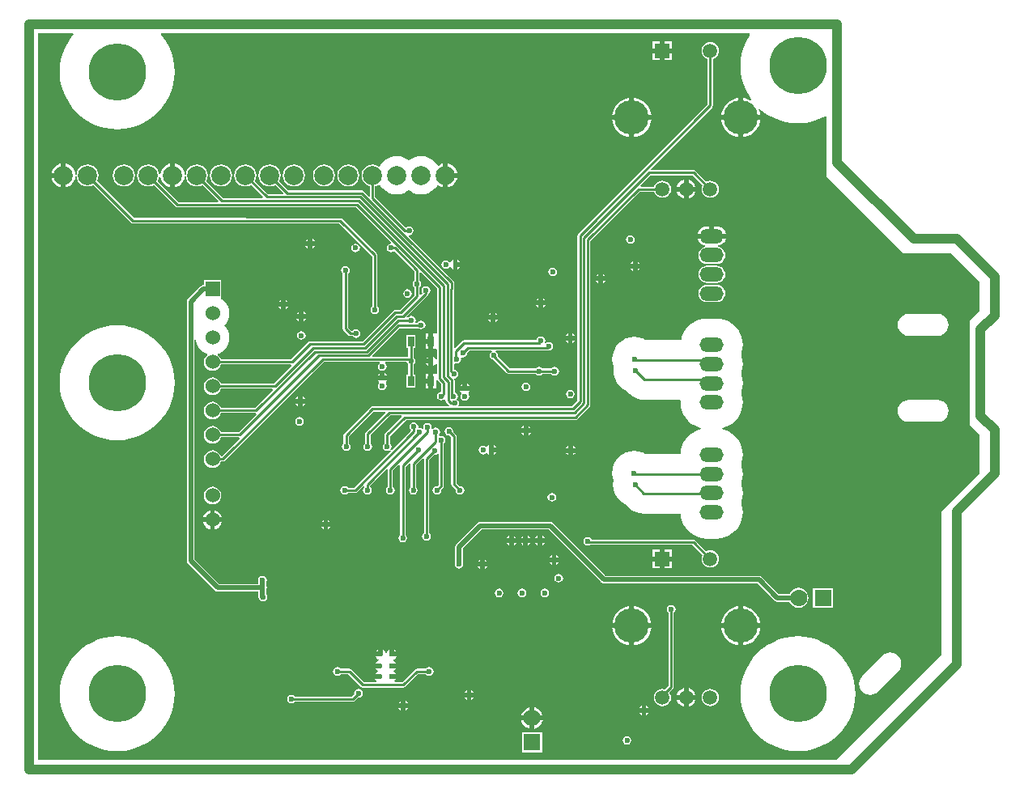
<source format=gtl>
G04*
G04 #@! TF.GenerationSoftware,Altium Limited,CircuitStudio,1.5.2 (1.5.2.30)*
G04*
G04 Layer_Physical_Order=1*
G04 Layer_Color=11767835*
%FSLAX44Y44*%
%MOMM*%
G71*
G01*
G75*
%ADD10R,0.6500X1.0500*%
%ADD11C,0.5000*%
%ADD12C,0.2540*%
%ADD13C,0.2610*%
%ADD14R,13.6000X14.6000*%
%ADD15C,0.0254*%
%ADD16C,1.0000*%
%ADD17C,6.0000*%
%ADD18C,3.6000*%
%ADD19C,1.5000*%
%ADD20R,1.5000X1.5000*%
%ADD21C,2.0000*%
%ADD22C,1.5240*%
%ADD23R,1.5240X1.5240*%
%ADD24O,2.5000X1.5000*%
%ADD25C,1.7780*%
%ADD26R,1.7780X1.7780*%
%ADD27R,1.7780X1.7780*%
%ADD28C,0.6000*%
G36*
X873755Y1018872D02*
X873116Y1017972D01*
X869857Y1012074D01*
X867278Y1005848D01*
X865412Y999372D01*
X864283Y992728D01*
X863905Y986000D01*
X864283Y979271D01*
X865412Y972628D01*
X867278Y966152D01*
X869857Y959926D01*
X873116Y954028D01*
X875444Y950747D01*
X874582Y949768D01*
X872148Y951068D01*
X868277Y952243D01*
X866750Y952393D01*
Y934500D01*
X884643D01*
X884493Y936027D01*
X883318Y939898D01*
X883026Y940446D01*
X884040Y941243D01*
X886532Y939016D01*
X892028Y935116D01*
X897926Y931857D01*
X904152Y929278D01*
X910628Y927412D01*
X917271Y926283D01*
X924000Y925905D01*
X930728Y926283D01*
X937372Y927412D01*
X943848Y929278D01*
X950074Y931857D01*
X952906Y933422D01*
X954000Y932776D01*
Y870000D01*
X1034000Y790000D01*
X1084000D01*
X1114000Y760000D01*
Y730000D01*
X1104000Y720000D01*
Y610000D01*
X1114000Y600000D01*
Y560000D01*
X1074000Y520000D01*
Y370000D01*
X974000Y270000D01*
X964000Y260000D01*
X129500D01*
Y1020000D01*
X165724D01*
X166243Y1018841D01*
X165016Y1017468D01*
X161117Y1011972D01*
X157857Y1006074D01*
X155278Y999848D01*
X153412Y993372D01*
X152283Y986728D01*
X151905Y980000D01*
X152283Y973271D01*
X153412Y966628D01*
X155278Y960152D01*
X157857Y953926D01*
X161117Y948028D01*
X165016Y942532D01*
X169507Y937507D01*
X174532Y933016D01*
X180028Y929117D01*
X185926Y925857D01*
X192152Y923278D01*
X198628Y921412D01*
X205271Y920283D01*
X212000Y919905D01*
X218729Y920283D01*
X225372Y921412D01*
X231848Y923278D01*
X238074Y925857D01*
X243972Y929117D01*
X249468Y933016D01*
X254493Y937507D01*
X258984Y942532D01*
X262883Y948028D01*
X266143Y953926D01*
X268722Y960152D01*
X270588Y966628D01*
X271717Y973271D01*
X272094Y980000D01*
X271717Y986728D01*
X270588Y993372D01*
X268722Y999848D01*
X266143Y1006074D01*
X262883Y1011972D01*
X258984Y1017468D01*
X257757Y1018841D01*
X258276Y1020000D01*
X873172D01*
X873755Y1018872D01*
D02*
G37*
%LPC*%
G36*
X659352Y487020D02*
X656860D01*
Y484527D01*
X658354Y485526D01*
X659352Y487020D01*
D02*
G37*
G36*
X621860Y494512D02*
X620366Y493514D01*
X619368Y492020D01*
X621860D01*
Y494512D01*
D02*
G37*
G36*
X651860Y487020D02*
X649368D01*
X650366Y485526D01*
X651860Y484527D01*
Y487020D01*
D02*
G37*
G36*
X636860D02*
X634368D01*
X635366Y485526D01*
X636860Y484527D01*
Y487020D01*
D02*
G37*
G36*
X644352D02*
X641860D01*
Y484527D01*
X643354Y485526D01*
X644352Y487020D01*
D02*
G37*
G36*
X626860Y494512D02*
Y492020D01*
X629352D01*
X628354Y493514D01*
X626860Y494512D01*
D02*
G37*
G36*
X656860D02*
Y492020D01*
X659352D01*
X658354Y493514D01*
X656860Y494512D01*
D02*
G37*
G36*
X427750Y503500D02*
X425257D01*
X426256Y502006D01*
X427750Y501008D01*
Y503500D01*
D02*
G37*
G36*
X651860Y494512D02*
X650366Y493514D01*
X649368Y492020D01*
X651860D01*
Y494512D01*
D02*
G37*
G36*
X636860D02*
X635366Y493514D01*
X634368Y492020D01*
X636860D01*
Y494512D01*
D02*
G37*
G36*
X641860D02*
Y492020D01*
X644352D01*
X643354Y493514D01*
X641860Y494512D01*
D02*
G37*
G36*
X629352Y487020D02*
X626860D01*
Y484527D01*
X628354Y485526D01*
X629352Y487020D01*
D02*
G37*
G36*
X591860Y469512D02*
X590366Y468514D01*
X589368Y467020D01*
X591860D01*
Y469512D01*
D02*
G37*
G36*
X596860D02*
Y467020D01*
X599352D01*
X598354Y468514D01*
X596860Y469512D01*
D02*
G37*
G36*
X673992Y466500D02*
X671500D01*
Y464007D01*
X672994Y465006D01*
X673992Y466500D01*
D02*
G37*
G36*
X704250Y493037D02*
X702514Y492692D01*
X701042Y491708D01*
X700058Y490236D01*
X699713Y488500D01*
X700058Y486764D01*
X701042Y485292D01*
X702514Y484308D01*
X704250Y483963D01*
X705986Y484308D01*
X706987Y484977D01*
X813601D01*
X824251Y474327D01*
X823530Y472586D01*
X823223Y470250D01*
X823530Y467914D01*
X824432Y465736D01*
X825867Y463867D01*
X827736Y462432D01*
X829914Y461530D01*
X832250Y461223D01*
X834586Y461530D01*
X836764Y462432D01*
X838633Y463867D01*
X840068Y465736D01*
X840970Y467914D01*
X841277Y470250D01*
X840970Y472586D01*
X840068Y474764D01*
X838633Y476633D01*
X836764Y478068D01*
X834586Y478970D01*
X832250Y479277D01*
X829914Y478970D01*
X828173Y478249D01*
X816711Y489711D01*
X815811Y490312D01*
X815635Y490347D01*
X814750Y490523D01*
X708250D01*
X707458Y491708D01*
X705986Y492692D01*
X704250Y493037D01*
D02*
G37*
G36*
X666500Y466500D02*
X664007D01*
X665006Y465006D01*
X666500Y464007D01*
Y466500D01*
D02*
G37*
G36*
Y473992D02*
X665006Y472994D01*
X664007Y471500D01*
X666500D01*
Y473992D01*
D02*
G37*
G36*
X621860Y487020D02*
X619368D01*
X620366Y485526D01*
X621860Y484527D01*
Y487020D01*
D02*
G37*
G36*
X792290Y467750D02*
X784750D01*
Y460210D01*
X792290D01*
Y467750D01*
D02*
G37*
G36*
Y480290D02*
X784750D01*
Y472750D01*
X792290D01*
Y480290D01*
D02*
G37*
G36*
X671500Y473992D02*
Y471500D01*
X673992D01*
X672994Y472994D01*
X671500Y473992D01*
D02*
G37*
G36*
X779750Y480290D02*
X772210D01*
Y472750D01*
X779750D01*
Y480290D01*
D02*
G37*
G36*
X435242Y503500D02*
X432750D01*
Y501008D01*
X434244Y502006D01*
X435242Y503500D01*
D02*
G37*
G36*
X600750Y589492D02*
X599256Y588494D01*
X598883Y587936D01*
X597205Y587711D01*
X596486Y588192D01*
X594750Y588537D01*
X593014Y588192D01*
X591542Y587208D01*
X590558Y585736D01*
X590213Y584000D01*
X590558Y582264D01*
X591542Y580792D01*
X593014Y579808D01*
X594750Y579463D01*
X596486Y579808D01*
X597667Y580597D01*
X599193Y580601D01*
X599256Y580506D01*
X600750Y579507D01*
Y584500D01*
Y589492D01*
D02*
G37*
G36*
X212000Y714594D02*
X205271Y714217D01*
X198628Y713088D01*
X192152Y711222D01*
X185926Y708643D01*
X180028Y705384D01*
X174532Y701484D01*
X169507Y696993D01*
X165016Y691968D01*
X161117Y686472D01*
X157857Y680574D01*
X155278Y674348D01*
X153412Y667872D01*
X152283Y661228D01*
X151905Y654500D01*
X152283Y647772D01*
X153412Y641128D01*
X155278Y634652D01*
X157857Y628426D01*
X161117Y622528D01*
X165016Y617032D01*
X169507Y612007D01*
X174532Y607516D01*
X180028Y603616D01*
X185926Y600357D01*
X192152Y597778D01*
X198628Y595912D01*
X205271Y594783D01*
X212000Y594406D01*
X218729Y594783D01*
X225372Y595912D01*
X231848Y597778D01*
X238074Y600357D01*
X243972Y603616D01*
X249468Y607516D01*
X254493Y612007D01*
X258984Y617032D01*
X262883Y622528D01*
X266143Y628426D01*
X268722Y634652D01*
X270588Y641128D01*
X271717Y647772D01*
X272094Y654500D01*
X271717Y661228D01*
X270588Y667872D01*
X268722Y674348D01*
X266143Y680574D01*
X262883Y686472D01*
X258984Y691968D01*
X254493Y696993D01*
X249468Y701484D01*
X243972Y705384D01*
X238074Y708643D01*
X231848Y711222D01*
X225372Y713088D01*
X218729Y714217D01*
X212000Y714594D01*
D02*
G37*
G36*
X605750Y589492D02*
Y587000D01*
X608242D01*
X607244Y588494D01*
X605750Y589492D01*
D02*
G37*
G36*
X683750Y588742D02*
X682256Y587744D01*
X681258Y586250D01*
X683750D01*
Y588742D01*
D02*
G37*
G36*
X688750D02*
Y586250D01*
X691243D01*
X690244Y587744D01*
X688750Y588742D01*
D02*
G37*
G36*
X637000Y602125D02*
X634507D01*
X635506Y600631D01*
X637000Y599633D01*
Y602125D01*
D02*
G37*
G36*
X402750Y618537D02*
X401014Y618192D01*
X399542Y617208D01*
X398558Y615736D01*
X398213Y614000D01*
X398558Y612264D01*
X399542Y610792D01*
X401014Y609808D01*
X402750Y609463D01*
X404486Y609808D01*
X405958Y610792D01*
X406942Y612264D01*
X407287Y614000D01*
X406942Y615736D01*
X405958Y617208D01*
X404486Y618192D01*
X402750Y618537D01*
D02*
G37*
G36*
X1070000Y636549D02*
X1040000D01*
X1037011Y636155D01*
X1034226Y635002D01*
X1031834Y633166D01*
X1029998Y630774D01*
X1028845Y627989D01*
X1028451Y625000D01*
X1028845Y622011D01*
X1029998Y619226D01*
X1031834Y616834D01*
X1034226Y614998D01*
X1037011Y613845D01*
X1040000Y613451D01*
X1070000D01*
X1072989Y613845D01*
X1075774Y614998D01*
X1078166Y616834D01*
X1080002Y619226D01*
X1081155Y622011D01*
X1081549Y625000D01*
X1081155Y627989D01*
X1080002Y630774D01*
X1078166Y633166D01*
X1075774Y635002D01*
X1072989Y636155D01*
X1070000Y636549D01*
D02*
G37*
G36*
X642000Y609617D02*
Y607125D01*
X644492D01*
X643494Y608619D01*
X642000Y609617D01*
D02*
G37*
G36*
X644492Y602125D02*
X642000D01*
Y599633D01*
X643494Y600631D01*
X644492Y602125D01*
D02*
G37*
G36*
X637000Y609617D02*
X635506Y608619D01*
X634507Y607125D01*
X637000D01*
Y609617D01*
D02*
G37*
G36*
X608242Y582000D02*
X605750D01*
Y579507D01*
X607244Y580506D01*
X608242Y582000D01*
D02*
G37*
G36*
X432750Y510993D02*
Y508500D01*
X435242D01*
X434244Y509994D01*
X432750Y510993D01*
D02*
G37*
G36*
X309250Y521169D02*
X309098Y521148D01*
X306626Y520125D01*
X304504Y518496D01*
X302875Y516374D01*
X301852Y513902D01*
X301831Y513750D01*
X309250D01*
Y521169D01*
D02*
G37*
G36*
X427750Y510993D02*
X426256Y509994D01*
X425257Y508500D01*
X427750D01*
Y510993D01*
D02*
G37*
G36*
X309250Y508750D02*
X301831D01*
X301852Y508598D01*
X302875Y506126D01*
X304504Y504004D01*
X306626Y502375D01*
X309098Y501352D01*
X309250Y501331D01*
Y508750D01*
D02*
G37*
G36*
X321669D02*
X314250D01*
Y501331D01*
X314402Y501352D01*
X316874Y502375D01*
X318996Y504004D01*
X320625Y506126D01*
X321648Y508598D01*
X321669Y508750D01*
D02*
G37*
G36*
X314250Y521169D02*
Y513750D01*
X321669D01*
X321648Y513902D01*
X320625Y516374D01*
X318996Y518496D01*
X316874Y520125D01*
X314402Y521148D01*
X314250Y521169D01*
D02*
G37*
G36*
X683750Y581250D02*
X681258D01*
X682256Y579756D01*
X683750Y578758D01*
Y581250D01*
D02*
G37*
G36*
X691243D02*
X688750D01*
Y578758D01*
X690244Y579756D01*
X691243Y581250D01*
D02*
G37*
G36*
X559000Y608287D02*
X557264Y607942D01*
X555792Y606958D01*
X554808Y605486D01*
X554463Y603750D01*
X554808Y602014D01*
X555792Y600542D01*
X557264Y599558D01*
X559000Y599213D01*
X559513Y599315D01*
X561477Y597351D01*
Y548300D01*
X561653Y547415D01*
X561688Y547239D01*
X562289Y546339D01*
X566115Y542513D01*
X566013Y542000D01*
X566358Y540264D01*
X567341Y538792D01*
X568814Y537808D01*
X570550Y537463D01*
X572286Y537808D01*
X573758Y538792D01*
X574742Y540264D01*
X575087Y542000D01*
X574742Y543736D01*
X573758Y545208D01*
X572286Y546192D01*
X570550Y546537D01*
X570037Y546435D01*
X567023Y549449D01*
Y598500D01*
X566847Y599385D01*
X566812Y599561D01*
X566211Y600461D01*
X563435Y603237D01*
X563537Y603750D01*
X563192Y605486D01*
X562208Y606958D01*
X560736Y607942D01*
X559000Y608287D01*
D02*
G37*
G36*
X311750Y545798D02*
X309382Y545486D01*
X307176Y544573D01*
X305281Y543119D01*
X303827Y541224D01*
X302913Y539018D01*
X302602Y536650D01*
X302913Y534282D01*
X303827Y532076D01*
X305281Y530181D01*
X307176Y528727D01*
X309382Y527813D01*
X311750Y527502D01*
X314118Y527813D01*
X316324Y528727D01*
X318219Y530181D01*
X319673Y532076D01*
X320587Y534282D01*
X320898Y536650D01*
X320587Y539018D01*
X319673Y541224D01*
X318219Y543119D01*
X316324Y544573D01*
X314118Y545486D01*
X311750Y545798D01*
D02*
G37*
G36*
X666750Y539237D02*
X665014Y538892D01*
X663542Y537908D01*
X662558Y536436D01*
X662213Y534700D01*
X662558Y532964D01*
X663542Y531492D01*
X665014Y530508D01*
X666750Y530163D01*
X668486Y530508D01*
X669958Y531492D01*
X670942Y532964D01*
X671287Y534700D01*
X670942Y536436D01*
X669958Y537908D01*
X668486Y538892D01*
X666750Y539237D01*
D02*
G37*
G36*
X779750Y467750D02*
X772210D01*
Y460210D01*
X779750D01*
Y467750D01*
D02*
G37*
G36*
X817048Y322750D02*
X809750D01*
Y315452D01*
X809871Y315469D01*
X812313Y316480D01*
X814411Y318089D01*
X816020Y320187D01*
X817031Y322629D01*
X817048Y322750D01*
D02*
G37*
G36*
X832250Y334277D02*
X829914Y333970D01*
X827736Y333068D01*
X825867Y331633D01*
X824432Y329764D01*
X823530Y327586D01*
X823223Y325250D01*
X823530Y322914D01*
X824432Y320736D01*
X825867Y318867D01*
X827736Y317432D01*
X829914Y316530D01*
X832250Y316223D01*
X834586Y316530D01*
X836764Y317432D01*
X838633Y318867D01*
X840068Y320736D01*
X840970Y322914D01*
X841277Y325250D01*
X840970Y327586D01*
X840068Y329764D01*
X838633Y331633D01*
X836764Y333068D01*
X834586Y333970D01*
X832250Y334277D01*
D02*
G37*
G36*
X804750Y322750D02*
X797452D01*
X797468Y322629D01*
X798480Y320187D01*
X800089Y318089D01*
X802187Y316480D01*
X804629Y315469D01*
X804750Y315452D01*
Y322750D01*
D02*
G37*
G36*
X760500Y316742D02*
X759006Y315744D01*
X758008Y314250D01*
X760500D01*
Y316742D01*
D02*
G37*
G36*
X765500D02*
Y314250D01*
X767992D01*
X766994Y315744D01*
X765500Y316742D01*
D02*
G37*
G36*
X508860Y321512D02*
X507366Y320514D01*
X506368Y319020D01*
X508860D01*
Y321512D01*
D02*
G37*
G36*
X464360Y334057D02*
X462624Y333712D01*
X461152Y332728D01*
X460168Y331256D01*
X459823Y329520D01*
X459925Y329007D01*
X457211Y326293D01*
X397859D01*
X397568Y326728D01*
X396096Y327712D01*
X394360Y328057D01*
X392624Y327712D01*
X391152Y326728D01*
X390168Y325256D01*
X389823Y323520D01*
X390168Y321783D01*
X391152Y320312D01*
X392624Y319328D01*
X394360Y318983D01*
X396096Y319328D01*
X397568Y320312D01*
X397859Y320746D01*
X458360D01*
X459245Y320923D01*
X459421Y320958D01*
X460321Y321559D01*
X463847Y325085D01*
X464360Y324983D01*
X466096Y325328D01*
X467568Y326312D01*
X468552Y327784D01*
X468897Y329520D01*
X468552Y331256D01*
X467568Y332728D01*
X466096Y333712D01*
X464360Y334057D01*
D02*
G37*
G36*
X804750Y335047D02*
X804629Y335032D01*
X802187Y334020D01*
X800089Y332411D01*
X798480Y330313D01*
X797468Y327871D01*
X797452Y327750D01*
X804750D01*
Y335047D01*
D02*
G37*
G36*
X585102Y325270D02*
X582610D01*
Y322777D01*
X584104Y323776D01*
X585102Y325270D01*
D02*
G37*
G36*
X513860Y321512D02*
Y319020D01*
X516353D01*
X515354Y320514D01*
X513860Y321512D01*
D02*
G37*
G36*
X577610Y325270D02*
X575117D01*
X576116Y323776D01*
X577610Y322777D01*
Y325270D01*
D02*
G37*
G36*
X516353Y314020D02*
X513860D01*
Y311527D01*
X515354Y312526D01*
X516353Y314020D01*
D02*
G37*
G36*
X745250Y284787D02*
X743514Y284442D01*
X742042Y283458D01*
X741058Y281986D01*
X740713Y280250D01*
X741058Y278514D01*
X742042Y277042D01*
X743514Y276058D01*
X745250Y275713D01*
X746986Y276058D01*
X748458Y277042D01*
X749442Y278514D01*
X749787Y280250D01*
X749442Y281986D01*
X748458Y283458D01*
X746986Y284442D01*
X745250Y284787D01*
D02*
G37*
G36*
X657199Y301200D02*
X648500D01*
Y292500D01*
X648984Y292564D01*
X651764Y293716D01*
X654152Y295548D01*
X655984Y297936D01*
X657135Y300716D01*
X657199Y301200D01*
D02*
G37*
G36*
X924000Y389095D02*
X917271Y388717D01*
X910628Y387588D01*
X904152Y385722D01*
X897926Y383143D01*
X892028Y379883D01*
X886532Y375984D01*
X881507Y371493D01*
X877016Y366468D01*
X873117Y360972D01*
X869857Y355074D01*
X867278Y348848D01*
X865412Y342372D01*
X864283Y335728D01*
X863905Y329000D01*
X864283Y322271D01*
X865412Y315628D01*
X867278Y309152D01*
X869857Y302926D01*
X873117Y297028D01*
X877016Y291532D01*
X881507Y286507D01*
X886532Y282016D01*
X892028Y278116D01*
X897926Y274857D01*
X904152Y272278D01*
X910628Y270412D01*
X917271Y269283D01*
X924000Y268906D01*
X930729Y269283D01*
X937372Y270412D01*
X943848Y272278D01*
X950074Y274857D01*
X955972Y278116D01*
X961468Y282016D01*
X966493Y286507D01*
X970984Y291532D01*
X974883Y297028D01*
X978143Y302926D01*
X980722Y309152D01*
X982588Y315628D01*
X983717Y322271D01*
X984094Y329000D01*
X983717Y335728D01*
X982588Y342372D01*
X980722Y348848D01*
X978143Y355074D01*
X974883Y360972D01*
X970984Y366468D01*
X966493Y371493D01*
X961468Y375984D01*
X955972Y379883D01*
X950074Y383143D01*
X943848Y385722D01*
X937372Y387588D01*
X930729Y388717D01*
X924000Y389095D01*
D02*
G37*
G36*
X656340Y288640D02*
X635660D01*
Y267960D01*
X656340D01*
Y288640D01*
D02*
G37*
G36*
X212000Y389095D02*
X205271Y388717D01*
X198628Y387588D01*
X192152Y385722D01*
X185926Y383143D01*
X180028Y379883D01*
X174532Y375984D01*
X169507Y371493D01*
X165016Y366468D01*
X161117Y360972D01*
X157857Y355074D01*
X155278Y348848D01*
X153412Y342372D01*
X152283Y335728D01*
X151905Y329000D01*
X152283Y322271D01*
X153412Y315628D01*
X155278Y309152D01*
X157857Y302926D01*
X161117Y297028D01*
X165016Y291532D01*
X169507Y286507D01*
X174532Y282016D01*
X180028Y278116D01*
X185926Y274857D01*
X192152Y272278D01*
X198628Y270412D01*
X205271Y269283D01*
X212000Y268906D01*
X218729Y269283D01*
X225372Y270412D01*
X231848Y272278D01*
X238074Y274857D01*
X243972Y278116D01*
X249468Y282016D01*
X254493Y286507D01*
X258984Y291532D01*
X262883Y297028D01*
X266143Y302926D01*
X268722Y309152D01*
X270588Y315628D01*
X271717Y322271D01*
X272094Y329000D01*
X271717Y335728D01*
X270588Y342372D01*
X268722Y348848D01*
X266143Y355074D01*
X262883Y360972D01*
X258984Y366468D01*
X254493Y371493D01*
X249468Y375984D01*
X243972Y379883D01*
X238074Y383143D01*
X231848Y385722D01*
X225372Y387588D01*
X218729Y388717D01*
X212000Y389095D01*
D02*
G37*
G36*
X643500Y301200D02*
X634800D01*
X634864Y300716D01*
X636016Y297936D01*
X637848Y295548D01*
X640235Y293716D01*
X643016Y292564D01*
X643500Y292500D01*
Y301200D01*
D02*
G37*
G36*
X767992Y309250D02*
X765500D01*
Y306758D01*
X766994Y307756D01*
X767992Y309250D01*
D02*
G37*
G36*
X508860Y314020D02*
X506368D01*
X507366Y312526D01*
X508860Y311527D01*
Y314020D01*
D02*
G37*
G36*
X760500Y309250D02*
X758008D01*
X759006Y307756D01*
X760500Y306758D01*
Y309250D01*
D02*
G37*
G36*
X643500Y314899D02*
X643016Y314836D01*
X640235Y313684D01*
X637848Y311852D01*
X636016Y309464D01*
X634864Y306684D01*
X634800Y306200D01*
X643500D01*
Y314899D01*
D02*
G37*
G36*
X648500D02*
Y306200D01*
X657199D01*
X657135Y306684D01*
X655984Y309464D01*
X654152Y311852D01*
X651764Y313684D01*
X648984Y314836D01*
X648500Y314899D01*
D02*
G37*
G36*
X809750Y335047D02*
Y327750D01*
X817048D01*
X817031Y327871D01*
X816020Y330313D01*
X814411Y332411D01*
X812313Y334020D01*
X809871Y335032D01*
X809750Y335047D01*
D02*
G37*
G36*
X665000Y509027D02*
X591500D01*
X589958Y508721D01*
X588652Y507848D01*
X566652Y485848D01*
X565779Y484541D01*
X565472Y483000D01*
Y466482D01*
X565308Y466236D01*
X564963Y464500D01*
X565308Y462764D01*
X566292Y461292D01*
X567763Y460308D01*
X569500Y459963D01*
X571236Y460308D01*
X572708Y461292D01*
X573692Y462764D01*
X574037Y464500D01*
X573692Y466236D01*
X573527Y466482D01*
Y481332D01*
X593168Y500973D01*
X663332D01*
X718652Y445652D01*
X719958Y444779D01*
X721500Y444473D01*
X881832D01*
X899652Y426652D01*
X900958Y425779D01*
X902500Y425472D01*
X915276D01*
X915768Y424285D01*
X917425Y422125D01*
X919585Y420468D01*
X922100Y419426D01*
X924800Y419071D01*
X927499Y419426D01*
X930014Y420468D01*
X932174Y422125D01*
X933832Y424285D01*
X934874Y426801D01*
X935229Y429500D01*
X934874Y432199D01*
X933832Y434715D01*
X932174Y436875D01*
X930014Y438532D01*
X927499Y439574D01*
X924800Y439929D01*
X922100Y439574D01*
X919585Y438532D01*
X917425Y436875D01*
X915768Y434715D01*
X915276Y433527D01*
X904168D01*
X886348Y451348D01*
X885041Y452221D01*
X883500Y452527D01*
X723168D01*
X667848Y507848D01*
X666541Y508721D01*
X665000Y509027D01*
D02*
G37*
G36*
X960540Y439840D02*
X939860D01*
Y419160D01*
X960540D01*
Y439840D01*
D02*
G37*
G36*
X752750Y420643D02*
Y402750D01*
X770643D01*
X770493Y404277D01*
X769318Y408148D01*
X767411Y411717D01*
X764844Y414844D01*
X761717Y417411D01*
X758148Y419318D01*
X754277Y420493D01*
X752750Y420643D01*
D02*
G37*
G36*
X747750D02*
X746224Y420493D01*
X742352Y419318D01*
X738783Y417411D01*
X735656Y414844D01*
X733089Y411717D01*
X731182Y408148D01*
X730007Y404277D01*
X729857Y402750D01*
X747750D01*
Y420643D01*
D02*
G37*
G36*
X866750D02*
Y402750D01*
X884643D01*
X884493Y404277D01*
X883318Y408148D01*
X881411Y411717D01*
X878844Y414844D01*
X875717Y417411D01*
X872148Y419318D01*
X868277Y420493D01*
X866750Y420643D01*
D02*
G37*
G36*
X611500Y439037D02*
X609763Y438692D01*
X608292Y437708D01*
X607308Y436236D01*
X606963Y434500D01*
X607308Y432764D01*
X608292Y431292D01*
X609763Y430308D01*
X611500Y429963D01*
X613236Y430308D01*
X614708Y431292D01*
X615692Y432764D01*
X616037Y434500D01*
X615692Y436236D01*
X614708Y437708D01*
X613236Y438692D01*
X611500Y439037D01*
D02*
G37*
G36*
X591860Y462020D02*
X589368D01*
X590366Y460526D01*
X591860Y459527D01*
Y462020D01*
D02*
G37*
G36*
X599352D02*
X596860D01*
Y459527D01*
X598354Y460526D01*
X599352Y462020D01*
D02*
G37*
G36*
X673860Y454557D02*
X672124Y454212D01*
X670652Y453228D01*
X669668Y451756D01*
X669323Y450020D01*
X669668Y448283D01*
X670652Y446811D01*
X672124Y445828D01*
X673860Y445482D01*
X675596Y445828D01*
X677068Y446811D01*
X678052Y448283D01*
X678397Y450020D01*
X678052Y451756D01*
X677068Y453228D01*
X675596Y454212D01*
X673860Y454557D01*
D02*
G37*
G36*
X635430Y439037D02*
X633694Y438692D01*
X632222Y437708D01*
X631238Y436236D01*
X630893Y434500D01*
X631238Y432764D01*
X632222Y431292D01*
X633694Y430308D01*
X635430Y429963D01*
X637166Y430308D01*
X638638Y431292D01*
X639622Y432764D01*
X639967Y434500D01*
X639622Y436236D01*
X638638Y437708D01*
X637166Y438692D01*
X635430Y439037D01*
D02*
G37*
G36*
X659360Y439057D02*
X657624Y438712D01*
X656152Y437728D01*
X655168Y436256D01*
X654823Y434520D01*
X655168Y432784D01*
X656152Y431312D01*
X657624Y430328D01*
X659360Y429983D01*
X661096Y430328D01*
X662568Y431312D01*
X663552Y432784D01*
X663897Y434520D01*
X663552Y436256D01*
X662568Y437728D01*
X661096Y438712D01*
X659360Y439057D01*
D02*
G37*
G36*
X861750Y420643D02*
X860223Y420493D01*
X856352Y419318D01*
X852783Y417411D01*
X849656Y414844D01*
X847089Y411717D01*
X845182Y408148D01*
X844007Y404277D01*
X843857Y402750D01*
X861750D01*
Y420643D01*
D02*
G37*
G36*
X791500Y422037D02*
X789764Y421692D01*
X788292Y420708D01*
X787308Y419236D01*
X786963Y417500D01*
X787308Y415764D01*
X788292Y414292D01*
X788727Y414001D01*
Y337649D01*
X784912Y333835D01*
X784586Y333970D01*
X782250Y334277D01*
X779914Y333970D01*
X777736Y333068D01*
X775867Y331633D01*
X774432Y329764D01*
X773530Y327586D01*
X773223Y325250D01*
X773530Y322914D01*
X774432Y320736D01*
X775867Y318867D01*
X777736Y317432D01*
X779914Y316530D01*
X782250Y316223D01*
X784586Y316530D01*
X786764Y317432D01*
X788633Y318867D01*
X790068Y320736D01*
X790970Y322914D01*
X791277Y325250D01*
X790970Y327586D01*
X790068Y329764D01*
X789468Y330546D01*
X793461Y334539D01*
X794062Y335439D01*
X794097Y335615D01*
X794273Y336500D01*
Y414001D01*
X794708Y414292D01*
X795692Y415764D01*
X796037Y417500D01*
X795692Y419236D01*
X794708Y420708D01*
X793236Y421692D01*
X791500Y422037D01*
D02*
G37*
G36*
X496860Y375512D02*
X495366Y374514D01*
X494142Y372681D01*
X494007Y372008D01*
X492713D01*
X492579Y372681D01*
X491354Y374514D01*
X489860Y375512D01*
Y370520D01*
X487360D01*
Y368020D01*
X482368D01*
X483366Y366526D01*
X485199Y365301D01*
X485622Y365217D01*
Y363922D01*
X484698Y363738D01*
X482866Y362514D01*
X481868Y361020D01*
X486860D01*
Y356020D01*
X481868D01*
X482866Y354526D01*
X484438Y353475D01*
X484544Y352969D01*
Y352571D01*
X484438Y352064D01*
X482866Y351014D01*
X481868Y349520D01*
X486860D01*
Y344520D01*
X481868D01*
X482866Y343026D01*
X483588Y342543D01*
X483203Y341273D01*
X470149D01*
X456941Y354481D01*
X456041Y355082D01*
X455865Y355117D01*
X454980Y355293D01*
X445859D01*
X445568Y355728D01*
X444096Y356712D01*
X442360Y357057D01*
X440624Y356712D01*
X439152Y355728D01*
X438168Y354256D01*
X437823Y352520D01*
X438168Y350784D01*
X439152Y349312D01*
X440624Y348328D01*
X442360Y347983D01*
X444096Y348328D01*
X445568Y349312D01*
X445859Y349747D01*
X453831D01*
X467039Y336539D01*
X467939Y335938D01*
X468115Y335903D01*
X469000Y335727D01*
X511500D01*
X512385Y335903D01*
X512561Y335938D01*
X513461Y336539D01*
X526669Y349747D01*
X534861D01*
X535152Y349312D01*
X536624Y348328D01*
X538360Y347983D01*
X540096Y348328D01*
X541568Y349312D01*
X542552Y350784D01*
X542897Y352520D01*
X542552Y354256D01*
X541568Y355728D01*
X540096Y356712D01*
X538360Y357057D01*
X536624Y356712D01*
X535152Y355728D01*
X534861Y355293D01*
X525520D01*
X524635Y355117D01*
X524459Y355082D01*
X523559Y354481D01*
X510351Y341273D01*
X502517D01*
X502132Y342543D01*
X502854Y343026D01*
X503853Y344520D01*
X498860D01*
Y349520D01*
X503853D01*
X502854Y351014D01*
X501282Y352064D01*
X501175Y352571D01*
Y352969D01*
X501282Y353475D01*
X502854Y354526D01*
X503853Y356020D01*
X498860D01*
Y361020D01*
X503853D01*
X502854Y362514D01*
X501022Y363738D01*
X500598Y363823D01*
Y365118D01*
X501522Y365301D01*
X503354Y366526D01*
X504352Y368020D01*
X499360D01*
Y370520D01*
X496860D01*
Y375512D01*
D02*
G37*
G36*
X582610Y332762D02*
Y330270D01*
X585102D01*
X584104Y331764D01*
X582610Y332762D01*
D02*
G37*
G36*
X1020607Y372155D02*
X1017617Y371762D01*
X1014832Y370608D01*
X1012440Y368773D01*
X991227Y347560D01*
X989392Y345168D01*
X988238Y342383D01*
X987845Y339393D01*
X988238Y336404D01*
X989392Y333619D01*
X991227Y331227D01*
X993619Y329392D01*
X996404Y328238D01*
X999393Y327845D01*
X1002383Y328238D01*
X1005168Y329392D01*
X1007560Y331227D01*
X1028773Y352440D01*
X1030608Y354832D01*
X1031762Y357617D01*
X1032155Y360607D01*
X1031762Y363596D01*
X1030608Y366381D01*
X1028773Y368773D01*
X1026381Y370608D01*
X1023596Y371762D01*
X1020607Y372155D01*
D02*
G37*
G36*
X577610Y332762D02*
X576116Y331764D01*
X575117Y330270D01*
X577610D01*
Y332762D01*
D02*
G37*
G36*
X484860Y375512D02*
X483366Y374514D01*
X482368Y373020D01*
X484860D01*
Y375512D01*
D02*
G37*
G36*
X747750Y397750D02*
X729857D01*
X730007Y396223D01*
X731182Y392352D01*
X733089Y388783D01*
X735656Y385656D01*
X738783Y383089D01*
X742352Y381182D01*
X746224Y380007D01*
X747750Y379857D01*
Y397750D01*
D02*
G37*
G36*
X861750D02*
X843857D01*
X844007Y396223D01*
X845182Y392352D01*
X847089Y388783D01*
X849656Y385656D01*
X852783Y383089D01*
X856352Y381182D01*
X860223Y380007D01*
X861750Y379857D01*
Y397750D01*
D02*
G37*
G36*
X884643D02*
X866750D01*
Y379857D01*
X868277Y380007D01*
X872148Y381182D01*
X875717Y383089D01*
X878844Y385656D01*
X881411Y388783D01*
X883318Y392352D01*
X884493Y396223D01*
X884643Y397750D01*
D02*
G37*
G36*
X501860Y375512D02*
Y373020D01*
X504352D01*
X503354Y374514D01*
X501860Y375512D01*
D02*
G37*
G36*
X770643Y397750D02*
X752750D01*
Y379857D01*
X754277Y380007D01*
X758148Y381182D01*
X761717Y383089D01*
X764844Y385656D01*
X767411Y388783D01*
X769318Y392352D01*
X770493Y396223D01*
X770643Y397750D01*
D02*
G37*
G36*
X401070Y632500D02*
X398578D01*
X399576Y631006D01*
X401070Y630008D01*
Y632500D01*
D02*
G37*
G36*
X416500Y804992D02*
Y802500D01*
X418992D01*
X417994Y803994D01*
X416500Y804992D01*
D02*
G37*
G36*
X831500Y818127D02*
X829000D01*
X826379Y817782D01*
X823937Y816770D01*
X821839Y815161D01*
X820230Y813063D01*
X819219Y810621D01*
X819203Y810500D01*
X831500D01*
Y818127D01*
D02*
G37*
G36*
X411500Y804992D02*
X410006Y803994D01*
X409007Y802500D01*
X411500D01*
Y804992D01*
D02*
G37*
G36*
X418992Y797500D02*
X416500D01*
Y795007D01*
X417994Y796006D01*
X418992Y797500D01*
D02*
G37*
G36*
X748750Y808787D02*
X747014Y808442D01*
X745542Y807458D01*
X744558Y805986D01*
X744213Y804250D01*
X744558Y802514D01*
X745542Y801042D01*
X747014Y800058D01*
X748750Y799713D01*
X750486Y800058D01*
X751958Y801042D01*
X752942Y802514D01*
X753287Y804250D01*
X752942Y805986D01*
X751958Y807458D01*
X750486Y808442D01*
X748750Y808787D01*
D02*
G37*
G36*
X839000Y818127D02*
X836500D01*
Y810500D01*
X848798D01*
X848782Y810621D01*
X847770Y813063D01*
X846161Y815161D01*
X844063Y816770D01*
X841621Y817782D01*
X839000Y818127D01*
D02*
G37*
G36*
X832250Y1011027D02*
X829914Y1010720D01*
X827736Y1009818D01*
X825867Y1008383D01*
X824432Y1006514D01*
X823530Y1004336D01*
X823223Y1002000D01*
X823530Y999664D01*
X824432Y997486D01*
X825867Y995617D01*
X827736Y994182D01*
X829477Y993461D01*
Y945649D01*
X694309Y810481D01*
X693708Y809581D01*
X693673Y809405D01*
X693497Y808520D01*
Y635811D01*
X687449Y629763D01*
X569717D01*
X569038Y631033D01*
X569192Y631264D01*
X569537Y633000D01*
X569192Y634736D01*
X568208Y636208D01*
X567207Y636877D01*
Y637291D01*
X568191Y638763D01*
X568536Y640499D01*
X568191Y642235D01*
X567207Y643707D01*
X565735Y644691D01*
X565042Y644829D01*
Y657387D01*
X564866Y658272D01*
X564831Y658448D01*
X565085Y659060D01*
X566040Y659250D01*
X567512Y660234D01*
X568495Y661705D01*
X568840Y663442D01*
X568495Y665178D01*
X567512Y666650D01*
X566040Y667634D01*
X564303Y667979D01*
X564263Y668012D01*
Y674297D01*
X565383Y674895D01*
X565514Y674808D01*
X567250Y674463D01*
X568986Y674808D01*
X570458Y675792D01*
X571442Y677264D01*
X571787Y679000D01*
X571548Y680205D01*
X571552Y680214D01*
X572536Y681199D01*
X572545Y681202D01*
X573750Y680963D01*
X575486Y681308D01*
X576958Y682292D01*
X577942Y683764D01*
X578287Y685500D01*
X578185Y686013D01*
X580429Y688257D01*
X603603D01*
X603957Y686987D01*
X602792Y686208D01*
X601808Y684736D01*
X601463Y683000D01*
X601808Y681264D01*
X602792Y679792D01*
X604264Y678808D01*
X605832Y678496D01*
X619639Y664689D01*
X620240Y664287D01*
X620539Y664088D01*
X621600Y663877D01*
X650001D01*
X650292Y663442D01*
X651764Y662458D01*
X653500Y662113D01*
X655236Y662458D01*
X656708Y663442D01*
X656999Y663877D01*
X666151D01*
X666442Y663442D01*
X667914Y662458D01*
X669650Y662113D01*
X671386Y662458D01*
X672858Y663442D01*
X673842Y664914D01*
X674187Y666650D01*
X673842Y668386D01*
X672858Y669858D01*
X671386Y670842D01*
X669650Y671187D01*
X667914Y670842D01*
X666442Y669858D01*
X666151Y669423D01*
X656999D01*
X656708Y669858D01*
X655236Y670842D01*
X653500Y671187D01*
X651764Y670842D01*
X650292Y669858D01*
X650001Y669423D01*
X622749D01*
X610311Y681861D01*
X610537Y683000D01*
X610192Y684736D01*
X609208Y686208D01*
X608043Y686987D01*
X608397Y688257D01*
X662023D01*
X663500Y687963D01*
X665236Y688308D01*
X666708Y689292D01*
X667692Y690764D01*
X668037Y692500D01*
X667692Y694236D01*
X666708Y695708D01*
X665236Y696692D01*
X663500Y697037D01*
X661764Y696692D01*
X660292Y695708D01*
X659586Y694652D01*
X659560Y694655D01*
X658925Y695990D01*
X659442Y696764D01*
X659787Y698500D01*
X659442Y700236D01*
X658458Y701708D01*
X656986Y702692D01*
X655250Y703037D01*
X653514Y702692D01*
X652042Y701708D01*
X651058Y700236D01*
X650817Y699023D01*
X574750D01*
X573865Y698847D01*
X573689Y698812D01*
X572789Y698211D01*
X565533Y690955D01*
X564263Y691481D01*
Y752494D01*
X564298Y752670D01*
Y759310D01*
X564087Y760371D01*
X563486Y761271D01*
X516987Y807770D01*
X517375Y808673D01*
X517575Y808978D01*
X519236Y809308D01*
X520708Y810292D01*
X521692Y811764D01*
X522037Y813500D01*
X521692Y815236D01*
X520708Y816708D01*
X519236Y817692D01*
X517500Y818037D01*
X515764Y817692D01*
X514292Y816708D01*
X513765Y816656D01*
X481873Y848549D01*
Y860316D01*
X482089Y860345D01*
X484874Y861498D01*
X485722Y862149D01*
X486964Y861881D01*
X487790Y860335D01*
X490289Y857289D01*
X493335Y854790D01*
X496809Y852933D01*
X500579Y851789D01*
X504500Y851403D01*
X508421Y851789D01*
X512191Y852933D01*
X515665Y854790D01*
X517200Y856050D01*
X518735Y854790D01*
X522209Y852933D01*
X525979Y851789D01*
X529900Y851403D01*
X533821Y851789D01*
X537591Y852933D01*
X541065Y854790D01*
X544110Y857289D01*
X546610Y860335D01*
X546915Y860907D01*
X548157Y861175D01*
X548976Y860546D01*
X552026Y859283D01*
X552800Y859181D01*
Y871500D01*
Y883819D01*
X552026Y883717D01*
X548976Y882454D01*
X548157Y881825D01*
X546915Y882093D01*
X546610Y882665D01*
X544110Y885710D01*
X541065Y888210D01*
X537591Y890067D01*
X533821Y891210D01*
X529900Y891597D01*
X525979Y891210D01*
X522209Y890067D01*
X518735Y888210D01*
X517200Y886950D01*
X515665Y888210D01*
X512191Y890067D01*
X508421Y891210D01*
X504500Y891597D01*
X500579Y891210D01*
X496809Y890067D01*
X493335Y888210D01*
X490289Y885710D01*
X487790Y882665D01*
X486964Y881119D01*
X485722Y880851D01*
X484874Y881501D01*
X482089Y882655D01*
X479100Y883049D01*
X476111Y882655D01*
X473326Y881501D01*
X470934Y879666D01*
X469098Y877274D01*
X467945Y874489D01*
X467551Y871500D01*
X467945Y868511D01*
X469098Y865725D01*
X470934Y863334D01*
X473326Y861498D01*
X476111Y860345D01*
X476327Y860316D01*
Y850040D01*
X475153Y849554D01*
X469746Y854961D01*
X468847Y855562D01*
X468671Y855597D01*
X467785Y855773D01*
X391149D01*
X381369Y865553D01*
X381502Y865725D01*
X382655Y868511D01*
X383049Y871500D01*
X382655Y874489D01*
X381502Y877274D01*
X379666Y879666D01*
X377274Y881501D01*
X374489Y882655D01*
X371500Y883049D01*
X368511Y882655D01*
X365726Y881501D01*
X363334Y879666D01*
X361498Y877274D01*
X360345Y874489D01*
X359951Y871500D01*
X360345Y868511D01*
X361498Y865725D01*
X363334Y863334D01*
X365726Y861498D01*
X368511Y860345D01*
X371500Y859951D01*
X374489Y860345D01*
X377274Y861498D01*
X377447Y861631D01*
X386121Y852956D01*
X385635Y851783D01*
X369739D01*
X355969Y865553D01*
X356101Y865725D01*
X357255Y868511D01*
X357649Y871500D01*
X357255Y874489D01*
X356101Y877274D01*
X354266Y879666D01*
X351874Y881501D01*
X349089Y882655D01*
X346100Y883049D01*
X343111Y882655D01*
X340326Y881501D01*
X337934Y879666D01*
X336098Y877274D01*
X334945Y874489D01*
X334551Y871500D01*
X334945Y868511D01*
X336098Y865725D01*
X337934Y863334D01*
X340326Y861498D01*
X343111Y860345D01*
X346100Y859951D01*
X349089Y860345D01*
X351874Y861498D01*
X352047Y861631D01*
X364711Y848967D01*
X364225Y847794D01*
X322978D01*
X305191Y865581D01*
X305301Y865725D01*
X306455Y868511D01*
X306849Y871500D01*
X306455Y874489D01*
X305301Y877274D01*
X303466Y879666D01*
X301074Y881501D01*
X298289Y882655D01*
X295300Y883049D01*
X292311Y882655D01*
X289526Y881501D01*
X287134Y879666D01*
X285298Y877274D01*
X284145Y874489D01*
X283875Y872439D01*
Y872439D01*
X283790Y871796D01*
X283782D01*
X283738D01*
X283660D01*
X282639D01*
X282562D01*
X282518D01*
X282509D01*
X282425Y872439D01*
Y872439D01*
X282117Y874773D01*
X280854Y877824D01*
X278843Y880443D01*
X276224Y882454D01*
X273174Y883717D01*
X272400Y883819D01*
Y871500D01*
Y859181D01*
X273174Y859283D01*
X276224Y860546D01*
X278843Y862556D01*
X280854Y865176D01*
X282117Y868226D01*
X282425Y870561D01*
Y870561D01*
X282509Y871204D01*
X282518D01*
X282562D01*
X282639D01*
X283660D01*
X283738D01*
X283782D01*
X283790D01*
X283875Y870561D01*
Y870561D01*
X284145Y868511D01*
X285298Y865725D01*
X287134Y863334D01*
X289526Y861498D01*
X292311Y860345D01*
X295300Y859951D01*
X298289Y860345D01*
X301074Y861498D01*
X301218Y861609D01*
X317921Y844906D01*
X317435Y843733D01*
X276189D01*
X254369Y865553D01*
X254501Y865725D01*
X255655Y868511D01*
X255925Y870561D01*
Y870561D01*
X256010Y871204D01*
X256018D01*
X256062D01*
X256139D01*
X257161D01*
X257238D01*
X257282D01*
X257291D01*
X257375Y870561D01*
Y870561D01*
X257683Y868226D01*
X258946Y865176D01*
X260956Y862556D01*
X263576Y860546D01*
X266626Y859283D01*
X267400Y859181D01*
Y871500D01*
Y883819D01*
X266626Y883717D01*
X263576Y882454D01*
X260956Y880443D01*
X258946Y877824D01*
X257683Y874773D01*
X257375Y872439D01*
Y872439D01*
X257291Y871796D01*
X257282D01*
X257238D01*
X257161D01*
X256139D01*
X256062D01*
X256018D01*
X256010D01*
X255925Y872439D01*
Y872439D01*
X255655Y874489D01*
X254501Y877274D01*
X252666Y879666D01*
X250274Y881501D01*
X247489Y882655D01*
X244500Y883049D01*
X241511Y882655D01*
X238725Y881501D01*
X236334Y879666D01*
X234498Y877274D01*
X233345Y874489D01*
X232951Y871500D01*
X233345Y868511D01*
X234498Y865725D01*
X236334Y863334D01*
X238725Y861498D01*
X241511Y860345D01*
X244500Y859951D01*
X247489Y860345D01*
X250274Y861498D01*
X250447Y861631D01*
X273079Y838999D01*
X273680Y838597D01*
X273979Y838398D01*
X275040Y838186D01*
X461650D01*
X498628Y801208D01*
X498085Y799955D01*
X496764Y799692D01*
X495292Y798708D01*
X494308Y797236D01*
X493963Y795500D01*
X494308Y793764D01*
X495292Y792292D01*
X496764Y791308D01*
X498500Y790963D01*
X500236Y791308D01*
X501708Y792292D01*
X501779Y792299D01*
X522727Y771351D01*
Y761499D01*
X522292Y761208D01*
X521308Y759736D01*
X520963Y758000D01*
X521308Y756264D01*
X522292Y754792D01*
X522727Y754501D01*
Y746149D01*
X507351Y730773D01*
X503000D01*
X501939Y730562D01*
X501039Y729961D01*
X468851Y697773D01*
X413500D01*
X412439Y697562D01*
X412140Y697363D01*
X411539Y696961D01*
X393701Y679123D01*
X320419D01*
X319673Y680924D01*
X318219Y682819D01*
X317141Y683645D01*
X317397Y685050D01*
X318526Y685392D01*
X321586Y687029D01*
X324269Y689230D01*
X326471Y691913D01*
X328107Y694975D01*
X329115Y698296D01*
X329455Y701750D01*
X329115Y705204D01*
X328107Y708525D01*
X326471Y711587D01*
X324269Y714269D01*
Y714631D01*
X326471Y717313D01*
X328107Y720375D01*
X329115Y723696D01*
X329455Y727150D01*
X329115Y730604D01*
X328107Y733925D01*
X326471Y736986D01*
X324269Y739669D01*
X321586Y741871D01*
X320802Y742291D01*
X320820Y743480D01*
X320820D01*
X320820Y743480D01*
Y761620D01*
X302680D01*
Y756577D01*
X302050D01*
X300509Y756271D01*
X299202Y755398D01*
X286152Y742348D01*
X285279Y741041D01*
X284972Y739500D01*
Y468500D01*
X285279Y466959D01*
X286152Y465652D01*
X314652Y437152D01*
X315959Y436279D01*
X317500Y435973D01*
X359972D01*
Y430549D01*
X359963Y430500D01*
X360308Y428764D01*
X361292Y427292D01*
X362764Y426308D01*
X364500Y425963D01*
X366236Y426308D01*
X367708Y427292D01*
X368692Y428764D01*
X369037Y430500D01*
X368692Y432236D01*
X368027Y433231D01*
Y438018D01*
X368192Y438264D01*
X368537Y440000D01*
X368192Y441736D01*
X368027Y441982D01*
Y446017D01*
X368192Y446264D01*
X368537Y448000D01*
X368192Y449736D01*
X367208Y451208D01*
X365736Y452192D01*
X364000Y452537D01*
X362264Y452192D01*
X360792Y451208D01*
X359808Y449736D01*
X359463Y448000D01*
X359808Y446264D01*
X359972Y446017D01*
Y444027D01*
X319168D01*
X293027Y470168D01*
Y699123D01*
X294297Y699186D01*
X294385Y698296D01*
X295392Y694975D01*
X297029Y691913D01*
X299230Y689230D01*
X301914Y687029D01*
X304974Y685392D01*
X306103Y685050D01*
X306359Y683645D01*
X305281Y682819D01*
X303827Y680924D01*
X302913Y678718D01*
X302602Y676350D01*
X302913Y673982D01*
X303827Y671776D01*
X305281Y669881D01*
X307176Y668427D01*
X309382Y667513D01*
X311750Y667202D01*
X314118Y667513D01*
X316324Y668427D01*
X318219Y669881D01*
X319673Y671776D01*
X320419Y673577D01*
X393859D01*
X394385Y672307D01*
X375801Y653723D01*
X320419D01*
X319673Y655524D01*
X318219Y657419D01*
X316324Y658873D01*
X314118Y659787D01*
X311750Y660098D01*
X309382Y659787D01*
X307176Y658873D01*
X305281Y657419D01*
X303827Y655524D01*
X302913Y653318D01*
X302602Y650950D01*
X302913Y648582D01*
X303827Y646376D01*
X305281Y644481D01*
X307176Y643027D01*
X309382Y642113D01*
X311750Y641802D01*
X314118Y642113D01*
X316324Y643027D01*
X318219Y644481D01*
X319673Y646376D01*
X320419Y648177D01*
X374238D01*
X374724Y647003D01*
X356044Y628323D01*
X320419D01*
X319673Y630124D01*
X318219Y632019D01*
X316324Y633473D01*
X314118Y634386D01*
X311750Y634698D01*
X309382Y634386D01*
X307176Y633473D01*
X305281Y632019D01*
X303827Y630124D01*
X302913Y627918D01*
X302602Y625550D01*
X302913Y623182D01*
X303827Y620976D01*
X305281Y619081D01*
X307176Y617627D01*
X309382Y616713D01*
X311750Y616402D01*
X314118Y616713D01*
X316324Y617627D01*
X318219Y619081D01*
X319673Y620976D01*
X320419Y622777D01*
X357059D01*
X357312Y622464D01*
X357651Y621573D01*
X339001Y602923D01*
X320419D01*
X319673Y604724D01*
X318219Y606619D01*
X316324Y608073D01*
X314118Y608987D01*
X311750Y609298D01*
X309382Y608987D01*
X307176Y608073D01*
X305281Y606619D01*
X303827Y604724D01*
X302913Y602518D01*
X302602Y600150D01*
X302913Y597782D01*
X303827Y595576D01*
X305281Y593681D01*
X307176Y592227D01*
X309382Y591313D01*
X311750Y591002D01*
X314118Y591313D01*
X316324Y592227D01*
X318219Y593681D01*
X319673Y595576D01*
X320419Y597377D01*
X339659D01*
X340209Y596131D01*
X321601Y577523D01*
X320419D01*
X319673Y579324D01*
X318219Y581219D01*
X316324Y582673D01*
X314118Y583587D01*
X311750Y583898D01*
X309382Y583587D01*
X307176Y582673D01*
X305281Y581219D01*
X303827Y579324D01*
X302913Y577118D01*
X302602Y574750D01*
X302913Y572382D01*
X303827Y570176D01*
X305281Y568281D01*
X307176Y566827D01*
X309382Y565913D01*
X311750Y565602D01*
X314118Y565913D01*
X316324Y566827D01*
X318219Y568281D01*
X319673Y570176D01*
X320419Y571977D01*
X322750D01*
X323635Y572153D01*
X323811Y572188D01*
X324711Y572789D01*
X428149Y676227D01*
X486278D01*
X486664Y674957D01*
X486292Y674708D01*
X485308Y673236D01*
X484963Y671500D01*
X485308Y669764D01*
X486292Y668292D01*
X487764Y667308D01*
X489500Y666963D01*
X491236Y667308D01*
X492708Y668292D01*
X493692Y669764D01*
X494037Y671500D01*
X493692Y673236D01*
X492708Y674708D01*
X492337Y674957D01*
X492722Y676227D01*
X514867D01*
X515058Y675264D01*
X516042Y673792D01*
X516477Y673501D01*
Y662700D01*
X514550D01*
Y649300D01*
X523950D01*
Y662700D01*
X522023D01*
Y673501D01*
X522458Y673792D01*
X523442Y675264D01*
X523787Y677000D01*
X523442Y678736D01*
X522458Y680208D01*
X522023Y680499D01*
Y691300D01*
X523950D01*
Y704700D01*
X514550D01*
Y691300D01*
X516477D01*
Y681773D01*
X479355D01*
X478869Y682947D01*
X507429Y711507D01*
X527218D01*
X528264Y710808D01*
X530000Y710463D01*
X531736Y710808D01*
X533208Y711792D01*
X534192Y713264D01*
X534537Y715000D01*
X534192Y716736D01*
X533208Y718208D01*
X531736Y719192D01*
X530000Y719537D01*
X528264Y719192D01*
X526792Y718208D01*
X526031Y717070D01*
X524829Y717078D01*
X524189Y718099D01*
X524204Y718323D01*
X524537Y720000D01*
X524192Y721736D01*
X523208Y723208D01*
X521736Y724192D01*
X520000Y724537D01*
X518264Y724192D01*
X516792Y723208D01*
X516528Y722814D01*
X515321Y722855D01*
X514869Y723947D01*
X536961Y746039D01*
X537363Y746640D01*
X537562Y746939D01*
X537659Y747425D01*
X538208Y747792D01*
X539192Y749264D01*
X539537Y751000D01*
X539192Y752736D01*
X538208Y754208D01*
X536736Y755192D01*
X535000Y755537D01*
X533264Y755192D01*
X531792Y754208D01*
X530808Y752736D01*
X530463Y751000D01*
X530808Y749264D01*
X531422Y748344D01*
X529446Y746368D01*
X528273Y746855D01*
Y754501D01*
X528708Y754792D01*
X529692Y756264D01*
X530037Y758000D01*
X529692Y759736D01*
X528708Y761208D01*
X528273Y761499D01*
Y769903D01*
X529446Y770389D01*
X546747Y753090D01*
Y706767D01*
X546040Y705790D01*
X545476Y705790D01*
X542750D01*
Y698000D01*
Y690210D01*
X545476D01*
X546040Y690210D01*
X546746Y689233D01*
X546747Y689233D01*
Y679247D01*
X545477Y679121D01*
X545469Y679162D01*
X544244Y680994D01*
X542750Y681992D01*
Y677000D01*
Y672008D01*
X544244Y673006D01*
X545469Y674838D01*
X545477Y674879D01*
X546747Y674753D01*
Y664767D01*
X546040Y663790D01*
X545476Y663790D01*
X542750D01*
Y656000D01*
Y648210D01*
X546040D01*
Y656877D01*
X547310Y657262D01*
X547559Y656889D01*
X550727Y653722D01*
Y644996D01*
X549199Y644692D01*
X547727Y643708D01*
X546743Y642236D01*
X546398Y640500D01*
X546743Y638764D01*
X547727Y637292D01*
X549199Y636308D01*
X550935Y635963D01*
X552671Y636308D01*
X554143Y637292D01*
X554236Y637430D01*
X555506Y637045D01*
Y635721D01*
X555682Y634835D01*
X555717Y634659D01*
X556318Y633760D01*
X559039Y631039D01*
X559047Y631033D01*
X558662Y629763D01*
X478990D01*
X478105Y629587D01*
X477929Y629552D01*
X477029Y628951D01*
X449539Y601461D01*
X448938Y600561D01*
X448903Y600385D01*
X448727Y599500D01*
Y590999D01*
X448292Y590708D01*
X447308Y589236D01*
X446963Y587500D01*
X447308Y585764D01*
X448292Y584292D01*
X449764Y583308D01*
X451500Y582963D01*
X453236Y583308D01*
X454708Y584292D01*
X455692Y585764D01*
X456037Y587500D01*
X455692Y589236D01*
X454708Y590708D01*
X454273Y590999D01*
Y598351D01*
X480139Y624217D01*
X492135D01*
X492621Y623043D01*
X472289Y602711D01*
X471688Y601811D01*
X471653Y601635D01*
X471477Y600750D01*
Y590999D01*
X471042Y590708D01*
X470058Y589236D01*
X469713Y587500D01*
X470058Y585764D01*
X471042Y584292D01*
X472514Y583308D01*
X474250Y582963D01*
X475986Y583308D01*
X477458Y584292D01*
X478442Y585764D01*
X478787Y587500D01*
X478442Y589236D01*
X477458Y590708D01*
X477023Y590999D01*
Y599601D01*
X497649Y620227D01*
X509145D01*
X509631Y619053D01*
X492539Y601961D01*
X491938Y601061D01*
X491903Y600885D01*
X491727Y600000D01*
Y590999D01*
X491292Y590708D01*
X490308Y589236D01*
X489963Y587500D01*
X490308Y585764D01*
X491292Y584292D01*
X492764Y583308D01*
X494500Y582963D01*
X496236Y583308D01*
X497088Y583877D01*
X497088D01*
X497303Y584021D01*
X497305Y584018D01*
X497322Y583997D01*
X497350Y583963D01*
X498112Y583034D01*
X459851Y544773D01*
X453449D01*
X453158Y545208D01*
X451686Y546192D01*
X449950Y546537D01*
X448214Y546192D01*
X446742Y545208D01*
X445758Y543736D01*
X445413Y542000D01*
X445758Y540264D01*
X446742Y538792D01*
X448214Y537808D01*
X449950Y537463D01*
X451686Y537808D01*
X453158Y538792D01*
X453449Y539227D01*
X461000D01*
X461885Y539403D01*
X462061Y539438D01*
X462961Y540039D01*
X469057Y546134D01*
X470437Y545719D01*
X470513Y545349D01*
X470466Y545095D01*
X469558Y543736D01*
X469213Y542000D01*
X469558Y540264D01*
X470542Y538792D01*
X472014Y537808D01*
X473750Y537463D01*
X475486Y537808D01*
X476958Y538792D01*
X477942Y540264D01*
X478287Y542000D01*
X477942Y543736D01*
X476958Y545208D01*
X476523Y545499D01*
Y546851D01*
X493748Y564076D01*
X493932Y564051D01*
X494977Y563509D01*
Y545499D01*
X494542Y545208D01*
X493558Y543736D01*
X493213Y542000D01*
X493558Y540264D01*
X494542Y538792D01*
X496014Y537808D01*
X497750Y537463D01*
X499486Y537808D01*
X500958Y538792D01*
X501942Y540264D01*
X502287Y542000D01*
X501942Y543736D01*
X500958Y545208D01*
X500523Y545499D01*
Y562762D01*
X506910Y569149D01*
X507011Y569128D01*
X508081Y568523D01*
X507977Y568000D01*
Y495499D01*
X507542Y495208D01*
X506558Y493736D01*
X506213Y492000D01*
X506558Y490264D01*
X507542Y488792D01*
X509014Y487808D01*
X510750Y487463D01*
X512486Y487808D01*
X513958Y488792D01*
X514942Y490264D01*
X515287Y492000D01*
X514942Y493736D01*
X513958Y495208D01*
X513523Y495499D01*
Y566851D01*
X518341Y571669D01*
X519327Y570859D01*
X519188Y570651D01*
X519153Y570475D01*
X518977Y569589D01*
Y545499D01*
X518542Y545208D01*
X517558Y543736D01*
X517213Y542000D01*
X517558Y540264D01*
X518542Y538792D01*
X520014Y537808D01*
X521750Y537463D01*
X523486Y537808D01*
X524958Y538792D01*
X525942Y540264D01*
X526287Y542000D01*
X525942Y543736D01*
X524958Y545208D01*
X524523Y545499D01*
Y568441D01*
X531498Y575415D01*
X531682Y575390D01*
X532727Y574848D01*
Y497249D01*
X532292Y496958D01*
X531308Y495486D01*
X530963Y493750D01*
X531308Y492014D01*
X532292Y490542D01*
X533764Y489558D01*
X535500Y489213D01*
X537236Y489558D01*
X538708Y490542D01*
X539692Y492014D01*
X540037Y493750D01*
X539692Y495486D01*
X538708Y496958D01*
X538273Y497249D01*
Y574101D01*
X543237Y579065D01*
X543750Y578963D01*
X545486Y579308D01*
X546958Y580292D01*
X548227Y579904D01*
Y547719D01*
X546943Y546435D01*
X546430Y546537D01*
X544694Y546192D01*
X543222Y545208D01*
X542238Y543736D01*
X541893Y542000D01*
X542238Y540264D01*
X543222Y538792D01*
X544694Y537808D01*
X546430Y537463D01*
X548166Y537808D01*
X549638Y538792D01*
X550622Y540264D01*
X550967Y542000D01*
X550865Y542513D01*
X552961Y544609D01*
X553562Y545509D01*
X553597Y545685D01*
X553773Y546570D01*
Y590751D01*
X554208Y591042D01*
X555192Y592514D01*
X555537Y594250D01*
X555192Y595986D01*
X554208Y597458D01*
X552736Y598442D01*
X551000Y598787D01*
X549839Y598556D01*
X548772Y599386D01*
X548679Y599553D01*
X548643Y600069D01*
X549442Y601264D01*
X549787Y603000D01*
X549442Y604736D01*
X548458Y606208D01*
X546986Y607192D01*
X545250Y607537D01*
X543514Y607192D01*
X542042Y606208D01*
X541948Y606068D01*
X540751Y606563D01*
X541037Y608000D01*
X540692Y609736D01*
X539708Y611208D01*
X538236Y612192D01*
X536500Y612537D01*
X534764Y612192D01*
X533292Y611208D01*
X532308Y609736D01*
X531963Y608000D01*
X532228Y606669D01*
X531115Y605938D01*
X529986Y606692D01*
X528250Y607037D01*
X528033Y606994D01*
X526953Y608074D01*
X527037Y608500D01*
X526692Y610236D01*
X525708Y611708D01*
X524236Y612692D01*
X522500Y613037D01*
X520764Y612692D01*
X519292Y611708D01*
X518308Y610236D01*
X517963Y608500D01*
X518308Y606764D01*
X519292Y605292D01*
X519023Y603945D01*
X498966Y583888D01*
X498037Y584650D01*
X498003Y584678D01*
X497982Y584695D01*
X497980Y584697D01*
X498123Y584912D01*
Y584912D01*
X498692Y585764D01*
X499037Y587500D01*
X498692Y589236D01*
X497708Y590708D01*
X497273Y590999D01*
Y598851D01*
X514149Y615727D01*
X691393D01*
X692278Y615903D01*
X692454Y615938D01*
X693354Y616539D01*
X706211Y629396D01*
X706812Y630296D01*
X707023Y631357D01*
Y802959D01*
X758291Y854227D01*
X773711D01*
X774432Y852486D01*
X775867Y850617D01*
X777736Y849182D01*
X779914Y848280D01*
X782250Y847973D01*
X784586Y848280D01*
X786764Y849182D01*
X788633Y850617D01*
X790068Y852486D01*
X790970Y854664D01*
X791277Y857000D01*
X790970Y859336D01*
X790068Y861514D01*
X788633Y863383D01*
X786764Y864818D01*
X784586Y865720D01*
X782250Y866027D01*
X779914Y865720D01*
X777736Y864818D01*
X775867Y863383D01*
X774432Y861514D01*
X773711Y859773D01*
X759855D01*
X759369Y860947D01*
X769899Y871477D01*
X813851D01*
X824251Y861077D01*
X823530Y859336D01*
X823223Y857000D01*
X823530Y854664D01*
X824432Y852486D01*
X825867Y850617D01*
X827736Y849182D01*
X829914Y848280D01*
X832250Y847973D01*
X834586Y848280D01*
X836764Y849182D01*
X838633Y850617D01*
X840068Y852486D01*
X840970Y854664D01*
X841277Y857000D01*
X840970Y859336D01*
X840068Y861514D01*
X838633Y863383D01*
X836764Y864818D01*
X834586Y865720D01*
X832250Y866027D01*
X829914Y865720D01*
X828173Y864999D01*
X816961Y876211D01*
X816061Y876812D01*
X815885Y876847D01*
X815000Y877023D01*
X770491D01*
X769965Y878293D01*
X834211Y942539D01*
X834812Y943439D01*
X834847Y943615D01*
X835023Y944500D01*
Y993461D01*
X836764Y994182D01*
X838633Y995617D01*
X840068Y997486D01*
X840970Y999664D01*
X841277Y1002000D01*
X840970Y1004336D01*
X840068Y1006514D01*
X838633Y1008383D01*
X836764Y1009818D01*
X834586Y1010720D01*
X832250Y1011027D01*
D02*
G37*
G36*
X567619Y869000D02*
X557800D01*
Y859181D01*
X558573Y859283D01*
X561624Y860546D01*
X564244Y862556D01*
X566254Y865176D01*
X567517Y868226D01*
X567619Y869000D01*
D02*
G37*
G36*
X153100D02*
X143281D01*
X143383Y868226D01*
X144646Y865176D01*
X146656Y862556D01*
X149276Y860546D01*
X152326Y859283D01*
X153100Y859181D01*
Y869000D01*
D02*
G37*
G36*
X804750Y854500D02*
X797452D01*
X797468Y854379D01*
X798480Y851937D01*
X800089Y849839D01*
X802187Y848230D01*
X804629Y847218D01*
X804750Y847203D01*
Y854500D01*
D02*
G37*
G36*
X817048D02*
X809750D01*
Y847203D01*
X809871Y847218D01*
X812313Y848230D01*
X814411Y849839D01*
X816020Y851937D01*
X817031Y854379D01*
X817048Y854500D01*
D02*
G37*
G36*
X411500Y797500D02*
X409007D01*
X410006Y796006D01*
X411500Y795007D01*
Y797500D01*
D02*
G37*
G36*
X758742Y774250D02*
X756250D01*
Y771758D01*
X757744Y772756D01*
X758742Y774250D01*
D02*
G37*
G36*
X570742Y775500D02*
X568250D01*
Y773008D01*
X569744Y774006D01*
X570742Y775500D01*
D02*
G37*
G36*
X751250Y774250D02*
X748757D01*
X749756Y772756D01*
X751250Y771758D01*
Y774250D01*
D02*
G37*
G36*
X715500Y768492D02*
X714006Y767494D01*
X713007Y766000D01*
X715500D01*
Y768492D01*
D02*
G37*
G36*
X720500D02*
Y766000D01*
X722992D01*
X721994Y767494D01*
X720500Y768492D01*
D02*
G37*
G36*
X848798Y805500D02*
X834000D01*
X819203D01*
X819219Y805379D01*
X820230Y802937D01*
X821839Y800839D01*
X823937Y799230D01*
X826379Y798218D01*
X827349Y798091D01*
Y796810D01*
X826664Y796720D01*
X824486Y795818D01*
X822617Y794383D01*
X821182Y792514D01*
X820280Y790336D01*
X819973Y788000D01*
X820280Y785664D01*
X821182Y783486D01*
X822617Y781617D01*
X824486Y780182D01*
X826664Y779280D01*
X829000Y778973D01*
X839000D01*
X841337Y779280D01*
X843514Y780182D01*
X845383Y781617D01*
X846818Y783486D01*
X847720Y785664D01*
X848027Y788000D01*
X847720Y790336D01*
X846818Y792514D01*
X845383Y794383D01*
X843514Y795818D01*
X841337Y796720D01*
X840651Y796810D01*
Y798091D01*
X841621Y798218D01*
X844063Y799230D01*
X846161Y800839D01*
X847770Y802937D01*
X848782Y805379D01*
X848798Y805500D01*
D02*
G37*
G36*
X563250Y782992D02*
X561756Y781994D01*
X560858Y780651D01*
X559462Y780538D01*
X559389Y780564D01*
X558958Y781208D01*
X557486Y782192D01*
X555750Y782537D01*
X554014Y782192D01*
X552542Y781208D01*
X551558Y779736D01*
X551213Y778000D01*
X551558Y776264D01*
X552542Y774792D01*
X554014Y773808D01*
X555750Y773463D01*
X557486Y773808D01*
X558958Y774792D01*
X559389Y775436D01*
X559462Y775462D01*
X560858Y775349D01*
X561756Y774006D01*
X563250Y773008D01*
Y778000D01*
Y782992D01*
D02*
G37*
G36*
X461500Y800037D02*
X459764Y799692D01*
X458292Y798708D01*
X457308Y797236D01*
X456963Y795500D01*
X457308Y793764D01*
X458292Y792292D01*
X459764Y791308D01*
X461500Y790963D01*
X463236Y791308D01*
X464708Y792292D01*
X465692Y793764D01*
X466037Y795500D01*
X465692Y797236D01*
X464708Y798708D01*
X463236Y799692D01*
X461500Y800037D01*
D02*
G37*
G36*
X568250Y782992D02*
Y780500D01*
X570742D01*
X569744Y781994D01*
X568250Y782992D01*
D02*
G37*
G36*
X751250Y781742D02*
X749756Y780744D01*
X748757Y779250D01*
X751250D01*
Y781742D01*
D02*
G37*
G36*
X756250D02*
Y779250D01*
X758742D01*
X757744Y780744D01*
X756250Y781742D01*
D02*
G37*
G36*
X804750Y866797D02*
X804629Y866782D01*
X802187Y865770D01*
X800089Y864161D01*
X798480Y862063D01*
X797468Y859621D01*
X797452Y859500D01*
X804750D01*
Y866797D01*
D02*
G37*
G36*
X861750Y952393D02*
X860223Y952243D01*
X856352Y951068D01*
X852783Y949161D01*
X849656Y946594D01*
X847089Y943467D01*
X845182Y939898D01*
X844007Y936027D01*
X843857Y934500D01*
X861750D01*
Y952393D01*
D02*
G37*
G36*
X752750D02*
Y934500D01*
X770643D01*
X770493Y936027D01*
X769318Y939898D01*
X767411Y943467D01*
X764844Y946594D01*
X761717Y949161D01*
X758148Y951068D01*
X754277Y952243D01*
X752750Y952393D01*
D02*
G37*
G36*
X747750D02*
X746224Y952243D01*
X742352Y951068D01*
X738783Y949161D01*
X735656Y946594D01*
X733089Y943467D01*
X731182Y939898D01*
X730007Y936027D01*
X729857Y934500D01*
X747750D01*
Y952393D01*
D02*
G37*
G36*
X650800Y961500D02*
X620856D01*
X621061Y958894D01*
X622257Y953913D01*
X624217Y949181D01*
X626893Y944814D01*
X630219Y940919D01*
X634114Y937593D01*
X638481Y934917D01*
X643213Y932957D01*
X648194Y931761D01*
X650800Y931556D01*
Y961500D01*
D02*
G37*
G36*
X685744D02*
X655800D01*
Y931556D01*
X658406Y931761D01*
X663386Y932957D01*
X668118Y934917D01*
X672486Y937593D01*
X676380Y940919D01*
X679707Y944814D01*
X682383Y949181D01*
X684343Y953913D01*
X685539Y958894D01*
X685744Y961500D01*
D02*
G37*
G36*
X650800Y996444D02*
X648194Y996239D01*
X643213Y995043D01*
X638481Y993083D01*
X634114Y990407D01*
X630219Y987080D01*
X626893Y983186D01*
X624217Y978818D01*
X622257Y974086D01*
X621061Y969106D01*
X620856Y966500D01*
X650800D01*
Y996444D01*
D02*
G37*
G36*
X779750Y1012040D02*
X772210D01*
Y1004500D01*
X779750D01*
Y1012040D01*
D02*
G37*
G36*
X792290D02*
X784750D01*
Y1004500D01*
X792290D01*
Y1012040D01*
D02*
G37*
G36*
Y999500D02*
X784750D01*
Y991960D01*
X792290D01*
Y999500D01*
D02*
G37*
G36*
X655800Y996444D02*
Y966500D01*
X685744D01*
X685539Y969106D01*
X684343Y974086D01*
X682383Y978818D01*
X679707Y983186D01*
X676380Y987080D01*
X672486Y990407D01*
X668118Y993083D01*
X663386Y995043D01*
X658406Y996239D01*
X655800Y996444D01*
D02*
G37*
G36*
X779750Y999500D02*
X772210D01*
Y991960D01*
X779750D01*
Y999500D01*
D02*
G37*
G36*
X861750Y929500D02*
X843857D01*
X844007Y927973D01*
X845182Y924102D01*
X847089Y920533D01*
X849656Y917406D01*
X852783Y914839D01*
X856352Y912932D01*
X860223Y911757D01*
X861750Y911607D01*
Y929500D01*
D02*
G37*
G36*
X396900Y883049D02*
X393911Y882655D01*
X391125Y881501D01*
X388734Y879666D01*
X386898Y877274D01*
X385745Y874489D01*
X385351Y871500D01*
X385745Y868511D01*
X386898Y865725D01*
X388734Y863334D01*
X391125Y861498D01*
X393911Y860345D01*
X396900Y859951D01*
X399889Y860345D01*
X402674Y861498D01*
X405066Y863334D01*
X406902Y865725D01*
X408055Y868511D01*
X408449Y871500D01*
X408055Y874489D01*
X406902Y877274D01*
X405066Y879666D01*
X402674Y881501D01*
X399889Y882655D01*
X396900Y883049D01*
D02*
G37*
G36*
X428300D02*
X425311Y882655D01*
X422525Y881501D01*
X420134Y879666D01*
X418298Y877274D01*
X417145Y874489D01*
X416751Y871500D01*
X417145Y868511D01*
X418298Y865725D01*
X420134Y863334D01*
X422525Y861498D01*
X425311Y860345D01*
X428300Y859951D01*
X431289Y860345D01*
X434074Y861498D01*
X436466Y863334D01*
X438302Y865725D01*
X439455Y868511D01*
X439849Y871500D01*
X439455Y874489D01*
X438302Y877274D01*
X436466Y879666D01*
X434074Y881501D01*
X431289Y882655D01*
X428300Y883049D01*
D02*
G37*
G36*
X320700D02*
X317711Y882655D01*
X314925Y881501D01*
X312534Y879666D01*
X310698Y877274D01*
X309545Y874489D01*
X309151Y871500D01*
X309545Y868511D01*
X310698Y865725D01*
X312534Y863334D01*
X314925Y861498D01*
X317711Y860345D01*
X320700Y859951D01*
X323689Y860345D01*
X326474Y861498D01*
X328866Y863334D01*
X330701Y865725D01*
X331855Y868511D01*
X332249Y871500D01*
X331855Y874489D01*
X330701Y877274D01*
X328866Y879666D01*
X326474Y881501D01*
X323689Y882655D01*
X320700Y883049D01*
D02*
G37*
G36*
X809750Y866797D02*
Y859500D01*
X817048D01*
X817031Y859621D01*
X816020Y862063D01*
X814411Y864161D01*
X812313Y865770D01*
X809871Y866782D01*
X809750Y866797D01*
D02*
G37*
G36*
X219100Y883049D02*
X216111Y882655D01*
X213326Y881501D01*
X210934Y879666D01*
X209098Y877274D01*
X207945Y874489D01*
X207551Y871500D01*
X207945Y868511D01*
X209098Y865725D01*
X210934Y863334D01*
X213326Y861498D01*
X216111Y860345D01*
X219100Y859951D01*
X222089Y860345D01*
X224874Y861498D01*
X227266Y863334D01*
X229102Y865725D01*
X230255Y868511D01*
X230649Y871500D01*
X230255Y874489D01*
X229102Y877274D01*
X227266Y879666D01*
X224874Y881501D01*
X222089Y882655D01*
X219100Y883049D01*
D02*
G37*
G36*
X453700D02*
X450711Y882655D01*
X447925Y881501D01*
X445534Y879666D01*
X443698Y877274D01*
X442545Y874489D01*
X442151Y871500D01*
X442545Y868511D01*
X443698Y865725D01*
X445534Y863334D01*
X447925Y861498D01*
X450711Y860345D01*
X453700Y859951D01*
X456689Y860345D01*
X459474Y861498D01*
X461866Y863334D01*
X463702Y865725D01*
X464855Y868511D01*
X465249Y871500D01*
X464855Y874489D01*
X463702Y877274D01*
X461866Y879666D01*
X459474Y881501D01*
X456689Y882655D01*
X453700Y883049D01*
D02*
G37*
G36*
X884643Y929500D02*
X866750D01*
Y911607D01*
X868277Y911757D01*
X872148Y912932D01*
X875717Y914839D01*
X878844Y917406D01*
X881411Y920533D01*
X883318Y924102D01*
X884493Y927973D01*
X884643Y929500D01*
D02*
G37*
G36*
X747750D02*
X729857D01*
X730007Y927973D01*
X731182Y924102D01*
X733089Y920533D01*
X735656Y917406D01*
X738783Y914839D01*
X742352Y912932D01*
X746224Y911757D01*
X747750Y911607D01*
Y929500D01*
D02*
G37*
G36*
X770643D02*
X752750D01*
Y911607D01*
X754277Y911757D01*
X758148Y912932D01*
X761717Y914839D01*
X764844Y917406D01*
X767411Y920533D01*
X769318Y924102D01*
X770493Y927973D01*
X770643Y929500D01*
D02*
G37*
G36*
X153100Y883819D02*
X152326Y883717D01*
X149276Y882454D01*
X146656Y880443D01*
X144646Y877824D01*
X143383Y874773D01*
X143281Y874000D01*
X153100D01*
Y883819D01*
D02*
G37*
G36*
X557800D02*
Y874000D01*
X567619D01*
X567517Y874773D01*
X566254Y877824D01*
X564244Y880443D01*
X561624Y882454D01*
X558573Y883717D01*
X557800Y883819D01*
D02*
G37*
G36*
X667500Y775037D02*
X665764Y774692D01*
X664292Y773708D01*
X663308Y772236D01*
X662963Y770500D01*
X663308Y768764D01*
X664292Y767292D01*
X665764Y766308D01*
X667500Y765963D01*
X669236Y766308D01*
X670708Y767292D01*
X671692Y768764D01*
X672037Y770500D01*
X671692Y772236D01*
X670708Y773708D01*
X669236Y774692D01*
X667500Y775037D01*
D02*
G37*
G36*
X537750Y695500D02*
X534460D01*
Y690210D01*
X537750D01*
Y695500D01*
D02*
G37*
G36*
X683500Y698750D02*
X681008D01*
X682006Y697256D01*
X683500Y696258D01*
Y698750D01*
D02*
G37*
G36*
X537750Y681992D02*
X536256Y680994D01*
X535258Y679500D01*
X537750D01*
Y681992D01*
D02*
G37*
G36*
X492000Y664742D02*
Y662250D01*
X494492D01*
X493494Y663744D01*
X492000Y664742D01*
D02*
G37*
G36*
X537750Y674500D02*
X535258D01*
X536256Y673006D01*
X537750Y672008D01*
Y674500D01*
D02*
G37*
G36*
X690992Y698750D02*
X688500D01*
Y696258D01*
X689994Y697256D01*
X690992Y698750D01*
D02*
G37*
G36*
X450750Y776537D02*
X449014Y776192D01*
X447542Y775208D01*
X446558Y773736D01*
X446213Y772000D01*
X446558Y770264D01*
X447542Y768792D01*
X447977Y768501D01*
Y711000D01*
X448153Y710115D01*
X448188Y709939D01*
X448789Y709039D01*
X453789Y704039D01*
X454390Y703637D01*
X454689Y703438D01*
X455750Y703227D01*
X458251D01*
X458542Y702792D01*
X460014Y701808D01*
X461750Y701463D01*
X463486Y701808D01*
X464958Y702792D01*
X465942Y704264D01*
X466287Y706000D01*
X465942Y707736D01*
X464958Y709208D01*
X463486Y710192D01*
X461750Y710537D01*
X460014Y710192D01*
X458542Y709208D01*
X458251Y708773D01*
X456899D01*
X453523Y712149D01*
Y768501D01*
X453958Y768792D01*
X454942Y770264D01*
X455287Y772000D01*
X454942Y773736D01*
X453958Y775208D01*
X452486Y776192D01*
X450750Y776537D01*
D02*
G37*
G36*
X1070000Y726549D02*
X1040000D01*
X1037011Y726155D01*
X1034226Y725002D01*
X1031834Y723166D01*
X1029998Y720774D01*
X1028845Y717989D01*
X1028451Y715000D01*
X1028845Y712011D01*
X1029998Y709226D01*
X1031834Y706834D01*
X1034226Y704998D01*
X1037011Y703845D01*
X1040000Y703451D01*
X1070000D01*
X1072989Y703845D01*
X1075774Y704998D01*
X1078166Y706834D01*
X1080002Y709226D01*
X1081155Y712011D01*
X1081549Y715000D01*
X1081155Y717989D01*
X1080002Y720774D01*
X1078166Y723166D01*
X1075774Y725002D01*
X1072989Y726155D01*
X1070000Y726549D01*
D02*
G37*
G36*
X537750Y705790D02*
X534460D01*
Y700500D01*
X537750D01*
Y705790D01*
D02*
G37*
G36*
X839000Y721585D02*
X829000D01*
X824685Y721245D01*
X820475Y720235D01*
X816476Y718578D01*
X812786Y716317D01*
X809494Y713505D01*
X806683Y710214D01*
X804421Y706523D01*
X802765Y702524D01*
X802008Y699373D01*
X764431D01*
X761944Y700702D01*
X757609Y702017D01*
X753100Y702461D01*
X748591Y702017D01*
X744256Y700702D01*
X740260Y698566D01*
X736758Y695692D01*
X733884Y692190D01*
X731748Y688194D01*
X730433Y683859D01*
X729989Y679350D01*
X730433Y674841D01*
X731350Y671817D01*
X731333Y671759D01*
X730889Y667250D01*
X731333Y662741D01*
X732648Y658406D01*
X734784Y654410D01*
X737658Y650908D01*
X741160Y648034D01*
X745092Y645932D01*
X748137Y642887D01*
X751376Y640229D01*
X753784Y638942D01*
X755071Y638254D01*
X759080Y637038D01*
X763250Y636627D01*
X800686D01*
X801548Y635695D01*
X801415Y634000D01*
X801754Y629685D01*
X802765Y625476D01*
X804421Y621477D01*
X806683Y617786D01*
X809494Y614494D01*
X812786Y611683D01*
X816476Y609421D01*
X820475Y607765D01*
X823025Y607153D01*
Y605847D01*
X820475Y605235D01*
X816476Y603578D01*
X812786Y601317D01*
X809494Y598506D01*
X806683Y595214D01*
X804421Y591523D01*
X802765Y587524D01*
X801754Y583315D01*
X801503Y580123D01*
X764181D01*
X761694Y581452D01*
X757359Y582767D01*
X752850Y583211D01*
X748341Y582767D01*
X744006Y581452D01*
X740010Y579316D01*
X736508Y576442D01*
X733634Y572940D01*
X731498Y568944D01*
X730183Y564609D01*
X729739Y560100D01*
X730183Y555591D01*
X731100Y552567D01*
X731083Y552509D01*
X730639Y548000D01*
X731083Y543491D01*
X732398Y539156D01*
X734534Y535160D01*
X737408Y531658D01*
X740910Y528784D01*
X744842Y526682D01*
X747887Y523637D01*
X751126Y520979D01*
X753534Y519692D01*
X754821Y519004D01*
X758830Y517788D01*
X763000Y517377D01*
X801542D01*
X801754Y514685D01*
X802765Y510476D01*
X804421Y506477D01*
X806683Y502786D01*
X809494Y499494D01*
X812786Y496683D01*
X816476Y494421D01*
X820475Y492765D01*
X824685Y491754D01*
X829000Y491415D01*
X839000D01*
X843315Y491754D01*
X847524Y492765D01*
X851523Y494421D01*
X855214Y496683D01*
X858505Y499494D01*
X861317Y502786D01*
X863578Y506477D01*
X865235Y510476D01*
X866245Y514685D01*
X866585Y519000D01*
X866245Y523315D01*
X865235Y527524D01*
X864623Y529000D01*
X865235Y530476D01*
X866245Y534685D01*
X866585Y539000D01*
X866245Y543315D01*
X865235Y547524D01*
X864623Y549000D01*
X865235Y550476D01*
X866245Y554685D01*
X866585Y559000D01*
X866245Y563315D01*
X865235Y567524D01*
X864623Y569000D01*
X865235Y570476D01*
X866245Y574685D01*
X866585Y579000D01*
X866245Y583315D01*
X865235Y587524D01*
X863578Y591523D01*
X861317Y595214D01*
X858505Y598506D01*
X855214Y601317D01*
X851523Y603578D01*
X847524Y605235D01*
X844975Y605847D01*
Y607153D01*
X847524Y607765D01*
X851523Y609421D01*
X855214Y611683D01*
X858505Y614494D01*
X861317Y617786D01*
X863578Y621477D01*
X865235Y625476D01*
X866245Y629685D01*
X866585Y634000D01*
X866245Y638315D01*
X865235Y642524D01*
X864623Y644000D01*
X865235Y645476D01*
X866245Y649685D01*
X866585Y654000D01*
X866245Y658315D01*
X865235Y662524D01*
X864623Y664000D01*
X865235Y665476D01*
X866245Y669685D01*
X866585Y674000D01*
X866245Y678315D01*
X865235Y682524D01*
X864623Y684000D01*
X865235Y685476D01*
X866245Y689685D01*
X866585Y694000D01*
X866245Y698315D01*
X865235Y702524D01*
X863578Y706523D01*
X861317Y710214D01*
X858505Y713505D01*
X855214Y716317D01*
X851523Y718578D01*
X847524Y720235D01*
X843315Y721245D01*
X839000Y721585D01*
D02*
G37*
G36*
X404750Y708537D02*
X403014Y708192D01*
X401542Y707208D01*
X400558Y705736D01*
X400213Y704000D01*
X400558Y702264D01*
X401542Y700792D01*
X403014Y699808D01*
X404750Y699463D01*
X406486Y699808D01*
X407958Y700792D01*
X408942Y702264D01*
X409287Y704000D01*
X408942Y705736D01*
X407958Y707208D01*
X406486Y708192D01*
X404750Y708537D01*
D02*
G37*
G36*
X487000Y664742D02*
X485506Y663744D01*
X484507Y662250D01*
X487000D01*
Y664742D01*
D02*
G37*
G36*
X406070Y639992D02*
Y637500D01*
X408563D01*
X407564Y638994D01*
X406070Y639992D01*
D02*
G37*
G36*
X686000Y647287D02*
X684264Y646942D01*
X682792Y645958D01*
X681808Y644486D01*
X681463Y642750D01*
X681808Y641014D01*
X682792Y639542D01*
X684264Y638558D01*
X686000Y638213D01*
X687736Y638558D01*
X689208Y639542D01*
X690192Y641014D01*
X690537Y642750D01*
X690192Y644486D01*
X689208Y645958D01*
X687736Y646942D01*
X686000Y647287D01*
D02*
G37*
G36*
X401070Y639992D02*
X399576Y638994D01*
X398578Y637500D01*
X401070D01*
Y639992D01*
D02*
G37*
G36*
X408563Y632500D02*
X406070D01*
Y630008D01*
X407564Y631006D01*
X408563Y632500D01*
D02*
G37*
G36*
X580762Y646250D02*
X570778D01*
X571776Y644756D01*
X572074Y644557D01*
X572199Y642946D01*
X571558Y641986D01*
X571213Y640250D01*
X571558Y638514D01*
X572542Y637042D01*
X574014Y636058D01*
X575750Y635713D01*
X577486Y636058D01*
X578958Y637042D01*
X579942Y638514D01*
X580287Y640250D01*
X579942Y641986D01*
X579313Y642927D01*
X579446Y644543D01*
X579764Y644756D01*
X580762Y646250D01*
D02*
G37*
G36*
X639500Y654787D02*
X637764Y654442D01*
X636292Y653458D01*
X635308Y651986D01*
X634963Y650250D01*
X635308Y648514D01*
X636292Y647042D01*
X637764Y646058D01*
X639500Y645713D01*
X641236Y646058D01*
X642708Y647042D01*
X643692Y648514D01*
X644037Y650250D01*
X643692Y651986D01*
X642708Y653458D01*
X641236Y654442D01*
X639500Y654787D01*
D02*
G37*
G36*
X578270Y653742D02*
Y651250D01*
X580762D01*
X579764Y652744D01*
X578270Y653742D01*
D02*
G37*
G36*
X537750Y663790D02*
X534460D01*
Y658500D01*
X537750D01*
Y663790D01*
D02*
G37*
G36*
X573270Y653742D02*
X571776Y652744D01*
X570778Y651250D01*
X573270D01*
Y653742D01*
D02*
G37*
G36*
X494492Y657250D02*
X484507D01*
X485506Y655756D01*
X486001Y655425D01*
X486059Y653859D01*
X485308Y652736D01*
X484963Y651000D01*
X485308Y649264D01*
X486292Y647792D01*
X487764Y646808D01*
X489500Y646463D01*
X491236Y646808D01*
X492708Y647792D01*
X493692Y649264D01*
X494037Y651000D01*
X493692Y652736D01*
X492942Y653859D01*
X492999Y655425D01*
X493494Y655756D01*
X494492Y657250D01*
D02*
G37*
G36*
X537750Y653500D02*
X534460D01*
Y648210D01*
X537750D01*
Y653500D01*
D02*
G37*
G36*
X683500Y706243D02*
X682006Y705244D01*
X681008Y703750D01*
X683500D01*
Y706243D01*
D02*
G37*
G36*
X388590Y741332D02*
Y738840D01*
X391082D01*
X390084Y740334D01*
X388590Y741332D01*
D02*
G37*
G36*
X839000Y757027D02*
X829000D01*
X826664Y756720D01*
X824486Y755818D01*
X822617Y754383D01*
X821182Y752514D01*
X820280Y750336D01*
X819973Y748000D01*
X820280Y745664D01*
X821182Y743486D01*
X822617Y741617D01*
X824486Y740182D01*
X826664Y739280D01*
X829000Y738973D01*
X839000D01*
X841337Y739280D01*
X843514Y740182D01*
X845383Y741617D01*
X846818Y743486D01*
X847720Y745664D01*
X848027Y748000D01*
X847720Y750336D01*
X846818Y752514D01*
X845383Y754383D01*
X843514Y755818D01*
X841337Y756720D01*
X839000Y757027D01*
D02*
G37*
G36*
X383590Y741332D02*
X382096Y740334D01*
X381097Y738840D01*
X383590D01*
Y741332D01*
D02*
G37*
G36*
X652500Y735500D02*
X650007D01*
X651006Y734006D01*
X652500Y733008D01*
Y735500D01*
D02*
G37*
G36*
X659992D02*
X657500D01*
Y733008D01*
X658994Y734006D01*
X659992Y735500D01*
D02*
G37*
G36*
X652500Y742992D02*
X651006Y741994D01*
X650007Y740500D01*
X652500D01*
Y742992D01*
D02*
G37*
G36*
X722992Y761000D02*
X720500D01*
Y758507D01*
X721994Y759506D01*
X722992Y761000D01*
D02*
G37*
G36*
X839000Y777027D02*
X829000D01*
X826664Y776720D01*
X824486Y775818D01*
X822617Y774383D01*
X821182Y772514D01*
X820280Y770336D01*
X819973Y768000D01*
X820280Y765664D01*
X821182Y763486D01*
X822617Y761617D01*
X824486Y760182D01*
X826664Y759280D01*
X829000Y758973D01*
X839000D01*
X841337Y759280D01*
X843514Y760182D01*
X845383Y761617D01*
X846818Y763486D01*
X847720Y765664D01*
X848027Y768000D01*
X847720Y770336D01*
X846818Y772514D01*
X845383Y774383D01*
X843514Y775818D01*
X841337Y776720D01*
X839000Y777027D01*
D02*
G37*
G36*
X715500Y761000D02*
X713007D01*
X714006Y759506D01*
X715500Y758507D01*
Y761000D01*
D02*
G37*
G36*
X657500Y742992D02*
Y740500D01*
X659992D01*
X658994Y741994D01*
X657500Y742992D01*
D02*
G37*
G36*
X515750Y752537D02*
X514014Y752192D01*
X512542Y751208D01*
X511558Y749736D01*
X511213Y748000D01*
X511558Y746264D01*
X512542Y744792D01*
X514014Y743808D01*
X515750Y743463D01*
X517486Y743808D01*
X518958Y744792D01*
X519942Y746264D01*
X520287Y748000D01*
X519942Y749736D01*
X518958Y751208D01*
X517486Y752192D01*
X515750Y752537D01*
D02*
G37*
G36*
X391082Y733840D02*
X388590D01*
Y731348D01*
X390084Y732346D01*
X391082Y733840D01*
D02*
G37*
G36*
X402250Y721500D02*
X399757D01*
X400756Y720006D01*
X402250Y719007D01*
Y721500D01*
D02*
G37*
G36*
X409742D02*
X407250D01*
Y719007D01*
X408744Y720006D01*
X409742Y721500D01*
D02*
G37*
G36*
X610242Y720250D02*
X607750D01*
Y717758D01*
X609244Y718756D01*
X610242Y720250D01*
D02*
G37*
G36*
X688500Y706243D02*
Y703750D01*
X690992D01*
X689994Y705244D01*
X688500Y706243D01*
D02*
G37*
G36*
X602750Y720250D02*
X600257D01*
X601256Y718756D01*
X602750Y717758D01*
Y720250D01*
D02*
G37*
G36*
Y727742D02*
X601256Y726744D01*
X600257Y725250D01*
X602750D01*
Y727742D01*
D02*
G37*
G36*
X407250Y728992D02*
Y726500D01*
X409742D01*
X408744Y727994D01*
X407250Y728992D01*
D02*
G37*
G36*
X383590Y733840D02*
X381097D01*
X382096Y732346D01*
X383590Y731348D01*
Y733840D01*
D02*
G37*
G36*
X402250Y728992D02*
X400756Y727994D01*
X399757Y726500D01*
X402250D01*
Y728992D01*
D02*
G37*
G36*
X607750Y727742D02*
Y725250D01*
X610242D01*
X609244Y726744D01*
X607750Y727742D01*
D02*
G37*
G36*
X158100Y883819D02*
Y871500D01*
Y859181D01*
X158874Y859283D01*
X161924Y860546D01*
X164543Y862556D01*
X166554Y865176D01*
X167817Y868226D01*
X168125Y870561D01*
Y870561D01*
X168209Y871204D01*
X168218D01*
X168262D01*
X168339D01*
X169360D01*
X169438D01*
X169482D01*
X169490D01*
X169575Y870561D01*
Y870561D01*
X169845Y868511D01*
X170998Y865725D01*
X172834Y863334D01*
X175226Y861498D01*
X178011Y860345D01*
X181000Y859951D01*
X183989Y860345D01*
X186774Y861498D01*
X186918Y861609D01*
X226514Y822014D01*
X227425Y821405D01*
X228500Y821191D01*
X347000D01*
X347179Y821227D01*
X444351D01*
X478727Y786851D01*
Y734499D01*
X478292Y734208D01*
X477308Y732736D01*
X476963Y731000D01*
X477308Y729264D01*
X478292Y727792D01*
X479764Y726808D01*
X481500Y726463D01*
X483236Y726808D01*
X484708Y727792D01*
X485692Y729264D01*
X486037Y731000D01*
X485692Y732736D01*
X484708Y734208D01*
X484273Y734499D01*
Y788000D01*
X484062Y789061D01*
X483863Y789360D01*
X483461Y789961D01*
X447461Y825961D01*
X446561Y826562D01*
X446385Y826597D01*
X445500Y826773D01*
X347179D01*
X347000Y826809D01*
X229663D01*
X190891Y865581D01*
X191001Y865725D01*
X192155Y868511D01*
X192549Y871500D01*
X192155Y874489D01*
X191001Y877274D01*
X189166Y879666D01*
X186774Y881501D01*
X183989Y882655D01*
X181000Y883049D01*
X178011Y882655D01*
X175226Y881501D01*
X172834Y879666D01*
X170998Y877274D01*
X169845Y874489D01*
X169575Y872439D01*
Y872439D01*
X169490Y871796D01*
X169482D01*
X169438D01*
X169360D01*
X168339D01*
X168262D01*
X168218D01*
X168209D01*
X168125Y872439D01*
Y872439D01*
X167817Y874773D01*
X166554Y877824D01*
X164543Y880443D01*
X161924Y882454D01*
X158874Y883717D01*
X158100Y883819D01*
D02*
G37*
%LPD*%
D10*
X540250Y656000D02*
D03*
Y698000D02*
D03*
X519250D02*
D03*
Y656000D02*
D03*
D11*
X902500Y429500D02*
X924800D01*
X883500Y448500D02*
X902500Y429500D01*
X591500Y505000D02*
X665000D01*
X569500Y483000D02*
X591500Y505000D01*
X569500Y464500D02*
Y483000D01*
X665000Y505000D02*
X721500Y448500D01*
X883500D01*
X540250Y656000D02*
Y677000D01*
Y698000D01*
X289000Y468500D02*
X317500Y440000D01*
X289000Y468500D02*
Y739500D01*
X302050Y752550D01*
X311750D01*
X364000Y430500D02*
Y440000D01*
Y448000D01*
X317500Y440000D02*
X364000D01*
X555300Y871500D02*
X583000D01*
X653300Y941800D01*
Y964000D01*
D12*
X814750Y487750D02*
X832250Y470250D01*
X705000Y487750D02*
X814750D01*
X704250Y488500D02*
X705000Y487750D01*
X752850Y560100D02*
X754200Y558750D01*
X834250D01*
X754450Y678000D02*
X834500D01*
X763250Y658000D02*
X834500D01*
X525520Y352520D02*
X538360D01*
X511500Y338500D02*
X525520Y352520D01*
X469000Y338500D02*
X511500D01*
X454980Y352520D02*
X469000Y338500D01*
X442360Y352520D02*
X454980D01*
X525500Y745000D02*
Y758000D01*
X508500Y728000D02*
X525500Y745000D01*
X503000Y728000D02*
X508500D01*
X535000Y748000D02*
Y751000D01*
X511010Y724010D02*
X535000Y748000D01*
X504724Y724010D02*
X511010D01*
X471685Y690970D02*
X504724Y724010D01*
X470000Y695000D02*
X503000Y728000D01*
X413500Y695000D02*
X470000D01*
X506357Y720000D02*
X520000D01*
X473337Y686980D02*
X506357Y720000D01*
X506280Y714280D02*
X529280D01*
X474990Y682990D02*
X506280Y714280D01*
X416970Y690970D02*
X471685D01*
X418623Y686980D02*
X473337D01*
X422990Y682990D02*
X474990D01*
X394850Y676350D02*
X413500Y695000D01*
X311750Y676350D02*
X394850D01*
X376950Y650950D02*
X416970Y690970D01*
X311750Y650950D02*
X376950D01*
X357193Y625550D02*
X418623Y686980D01*
X311750Y625550D02*
X357193D01*
X340150Y600150D02*
X422990Y682990D01*
X427000Y679000D02*
X517250D01*
X322750Y574750D02*
X427000Y679000D01*
X311750Y600150D02*
X340150D01*
X311750Y574750D02*
X322750D01*
X445500Y824000D02*
X481500Y788000D01*
Y731000D02*
Y788000D01*
X519250Y656000D02*
Y677000D01*
X517250Y679000D02*
X519250Y677000D01*
X450750Y711000D02*
X455750Y706000D01*
X451500Y587500D02*
Y599500D01*
X566250Y679000D02*
X566250Y679000D01*
X653000Y696250D02*
X655250Y698500D01*
X574750Y696250D02*
X653000D01*
X579280Y691030D02*
X662030D01*
X663500Y692500D01*
X696270Y634663D02*
Y808520D01*
X700260Y633010D02*
Y805760D01*
X704250Y631357D02*
Y804107D01*
X606000Y682250D02*
Y683000D01*
Y682250D02*
X621600Y666650D01*
X653500D01*
X782250Y327250D02*
X791500Y336500D01*
X782250Y325250D02*
Y327250D01*
X791500Y336500D02*
Y417500D01*
X474250Y600750D02*
X496500Y623000D01*
X474250Y587500D02*
Y600750D01*
X494500Y600000D02*
X513000Y618500D01*
X494500Y587500D02*
Y600000D01*
X696270Y808520D02*
X832250Y944500D01*
X700260Y805760D02*
X768750Y874250D01*
X704250Y804107D02*
X757143Y857000D01*
X815000Y874250D02*
X832250Y857000D01*
X768750Y874250D02*
X815000D01*
X757143Y857000D02*
X782250D01*
X832250Y944500D02*
Y1002000D01*
X461000Y542000D02*
X522500Y603500D01*
X473750Y548000D02*
X528250Y602500D01*
X522500Y603500D02*
Y608500D01*
X449950Y542000D02*
X461000D01*
X473750D02*
Y548000D01*
X510750Y492000D02*
Y568000D01*
X527000Y584250D01*
X497750Y563911D02*
X536500Y602661D01*
X497750Y542000D02*
Y563911D01*
X535500Y493750D02*
Y575250D01*
X546430Y542000D02*
X551000Y546570D01*
X536500Y602661D02*
Y608000D01*
X564250Y548300D02*
Y598500D01*
Y548300D02*
X570550Y542000D01*
X653500Y666650D02*
X669650D01*
X455750Y706000D02*
X461750D01*
X753100Y679350D02*
X754450Y678000D01*
X754000Y667250D02*
X763250Y658000D01*
X763000Y538750D02*
X834250D01*
X753750Y548000D02*
X763000Y538750D01*
X538140Y352740D02*
X538360Y352520D01*
X458360Y323520D02*
X464360Y329520D01*
X394360Y323520D02*
X458360D01*
X521750Y542000D02*
Y569589D01*
X541381Y589220D02*
X541470D01*
X535500Y575250D02*
X543750Y583500D01*
X541470Y589220D02*
X545250Y593000D01*
Y603000D01*
X551000Y546570D02*
Y594250D01*
X450750Y711000D02*
Y772000D01*
X521750Y569589D02*
X541381Y589220D01*
X559000Y603750D02*
X564250Y598500D01*
X573750Y685500D02*
X579280Y691030D01*
X566250Y679000D02*
X567250D01*
X566250Y679000D02*
Y687750D01*
X574750Y696250D01*
X451500Y599500D02*
X478990Y626990D01*
X691393Y618500D02*
X704250Y631357D01*
X690250Y623000D02*
X700260Y633010D01*
X688597Y626990D02*
X696270Y634663D01*
X513000Y618500D02*
X691393D01*
X496500Y623000D02*
X690250D01*
X478990Y626990D02*
X688597D01*
X519250Y677000D02*
Y698000D01*
X529280Y714280D02*
X530000Y715000D01*
X550935Y640500D02*
X553500Y643065D01*
X561490Y666255D02*
X564303Y663442D01*
X562269Y642229D02*
X563999Y640499D01*
X553500Y643065D02*
Y654870D01*
X549520Y658850D02*
X553500Y654870D01*
X562269Y642229D02*
Y657387D01*
X557500Y662156D02*
X562269Y657387D01*
X553510Y660503D02*
X558279Y655734D01*
Y635721D02*
Y655734D01*
Y635721D02*
X561000Y633000D01*
X565000D01*
X347000Y824000D02*
X445500D01*
X549520Y658850D02*
Y754238D01*
X555128Y760015D02*
X555177D01*
X557535Y757657D01*
Y754323D02*
Y757657D01*
X557500Y754288D02*
X557535Y754323D01*
X557500Y662156D02*
Y754288D01*
X561490Y752635D02*
X561525Y752670D01*
X561490Y666255D02*
Y752635D01*
X553510Y660503D02*
Y755990D01*
X371500Y871500D02*
X390000Y853000D01*
X244500Y871500D02*
X275040Y840960D01*
X346100Y871500D02*
X368590Y849010D01*
X561525Y752670D02*
Y759310D01*
X390000Y853000D02*
X467785D01*
X368590Y849010D02*
X466133D01*
X275040Y840960D02*
X462798D01*
X514600Y806185D02*
X514650D01*
X561525Y759310D01*
X525500Y758000D02*
Y772500D01*
X498500Y795500D02*
X502500D01*
X525500Y772500D01*
X462798Y840960D02*
X549520Y754238D01*
X466133Y849010D02*
X555128Y760015D01*
X467785Y853000D02*
X514600Y806185D01*
X479100Y847400D02*
Y871500D01*
Y847400D02*
X513000Y813500D01*
X517500D01*
D13*
X181000Y871500D02*
X228500Y824000D01*
X347000D01*
X295300Y871500D02*
X321815Y844985D01*
X464465D01*
X553460Y755990D01*
D14*
X655997Y933500D02*
D03*
D15*
X585622Y473186D02*
G03*
X585622Y473186I-762J0D01*
G01*
X578866Y479536D02*
X609854D01*
X578866Y448548D02*
Y479536D01*
Y448548D02*
X609854D01*
Y479536D01*
X578866Y474456D02*
X583946Y479536D01*
D16*
X1045000Y805000D02*
X1090000D01*
X965000Y885000D02*
X1045000Y805000D01*
X965000Y885000D02*
Y1030000D01*
X1090000Y360000D02*
Y520000D01*
X980000Y250000D02*
X1090000Y360000D01*
X965000Y250000D02*
X980000D01*
X1130000Y725000D02*
Y765000D01*
X1115000Y710000D02*
X1130000Y725000D01*
Y560000D02*
Y605000D01*
X1115000Y620000D02*
X1130000Y605000D01*
X1115000Y620000D02*
Y710000D01*
X1090000Y520000D02*
X1130000Y560000D01*
X120000Y250000D02*
X965000D01*
X1090000Y805000D02*
X1130000Y765000D01*
X120000Y1030000D02*
X965000D01*
X120000Y250000D02*
Y1030000D01*
D17*
X924000Y329000D02*
D03*
X212000D02*
D03*
Y654500D02*
D03*
Y980000D02*
D03*
X924000Y986000D02*
D03*
X653300Y964000D02*
D03*
D18*
X864250Y400250D02*
D03*
X750250D02*
D03*
X864250Y932000D02*
D03*
X750250D02*
D03*
D19*
X832250Y325250D02*
D03*
X807250D02*
D03*
X782250D02*
D03*
X832250Y470250D02*
D03*
Y857000D02*
D03*
X807250D02*
D03*
X782250D02*
D03*
X832250Y1002000D02*
D03*
D20*
X782250Y470250D02*
D03*
Y1002000D02*
D03*
D21*
X155600Y871500D02*
D03*
X181000D02*
D03*
X219100D02*
D03*
X244500D02*
D03*
X269900D02*
D03*
X295300D02*
D03*
X555300D02*
D03*
X529900D02*
D03*
X504500D02*
D03*
X479100D02*
D03*
X453700D02*
D03*
X428300D02*
D03*
X396900D02*
D03*
X371500D02*
D03*
X320700D02*
D03*
X346100D02*
D03*
D22*
X311750Y574750D02*
D03*
Y600150D02*
D03*
Y676350D02*
D03*
Y650950D02*
D03*
Y625550D02*
D03*
Y536650D02*
D03*
Y511250D02*
D03*
Y727150D02*
D03*
Y701750D02*
D03*
D23*
Y752550D02*
D03*
D24*
X834000Y748000D02*
D03*
Y768000D02*
D03*
Y788000D02*
D03*
Y808000D02*
D03*
X834000Y694000D02*
D03*
Y674000D02*
D03*
Y654000D02*
D03*
Y634000D02*
D03*
Y579000D02*
D03*
Y559000D02*
D03*
Y539000D02*
D03*
Y519000D02*
D03*
D25*
X924800Y429500D02*
D03*
X646000Y303700D02*
D03*
D26*
X950200Y429500D02*
D03*
D27*
X646000Y278300D02*
D03*
D28*
X611500Y434500D02*
D03*
X673860Y450020D02*
D03*
X569500Y464500D02*
D03*
X489500Y659750D02*
D03*
X667500Y770500D02*
D03*
X718000Y763500D02*
D03*
X525500Y758000D02*
D03*
X481500Y731000D02*
D03*
X515750Y748000D02*
D03*
X669000Y469000D02*
D03*
X535000Y751000D02*
D03*
X519250Y677000D02*
D03*
X540250D02*
D03*
X489500Y651000D02*
D03*
X655250Y698500D02*
D03*
X663500Y692500D02*
D03*
X606000Y683000D02*
D03*
X386090Y736340D02*
D03*
X753750Y776750D02*
D03*
X748750Y804250D02*
D03*
X791500Y417500D02*
D03*
X745250Y280250D02*
D03*
X494500Y587500D02*
D03*
X474250D02*
D03*
X451500D02*
D03*
X430250Y506000D02*
D03*
X704250Y488500D02*
D03*
X510750Y492000D02*
D03*
X527000Y584250D02*
D03*
X535500Y493750D02*
D03*
X763000Y311750D02*
D03*
X522500Y608500D02*
D03*
X536500Y608000D02*
D03*
X639500Y650250D02*
D03*
X653500Y666650D02*
D03*
X669650D02*
D03*
X686250Y583750D02*
D03*
X686000Y701250D02*
D03*
X686000Y642750D02*
D03*
X639500Y604625D02*
D03*
X603250Y584500D02*
D03*
X489500Y671500D02*
D03*
X528250Y602500D02*
D03*
X449950Y542000D02*
D03*
X570550D02*
D03*
X546430D02*
D03*
X521750D02*
D03*
X497750D02*
D03*
X473750D02*
D03*
X486860Y347020D02*
D03*
X498860D02*
D03*
Y358520D02*
D03*
X486860D02*
D03*
X499360Y370520D02*
D03*
X487360D02*
D03*
X461750Y706000D02*
D03*
X594750Y584000D02*
D03*
X403570Y635000D02*
D03*
X402750Y614000D02*
D03*
X404750Y704000D02*
D03*
X666750Y534700D02*
D03*
X753100Y679350D02*
D03*
X754000Y667250D02*
D03*
X753750Y548000D02*
D03*
X752850Y560100D02*
D03*
X655000Y738000D02*
D03*
X605250Y722750D02*
D03*
X538360Y352520D02*
D03*
X442360D02*
D03*
X580110Y327770D02*
D03*
X511360Y316520D02*
D03*
X464360Y329520D02*
D03*
X394360Y323520D02*
D03*
X594360Y464520D02*
D03*
X654360Y489520D02*
D03*
X639360D02*
D03*
X624360D02*
D03*
X659360Y434520D02*
D03*
X635430Y434500D02*
D03*
X404750Y724000D02*
D03*
X450750Y772000D02*
D03*
X545250Y603000D02*
D03*
X543750Y583500D02*
D03*
X551000Y594250D02*
D03*
X559000Y603750D02*
D03*
X555750Y778000D02*
D03*
X565750D02*
D03*
X573750Y685500D02*
D03*
X567250Y679000D02*
D03*
X575750Y640250D02*
D03*
X575770Y648750D02*
D03*
X550935Y640500D02*
D03*
X530000Y715000D02*
D03*
X520000Y720000D02*
D03*
X565000Y633000D02*
D03*
X564303Y663442D02*
D03*
X563999Y640499D02*
D03*
X364000Y448000D02*
D03*
X364500Y430500D02*
D03*
X364000Y440000D02*
D03*
X414000Y800000D02*
D03*
X461500Y795500D02*
D03*
X498500D02*
D03*
X517500Y813500D02*
D03*
M02*

</source>
